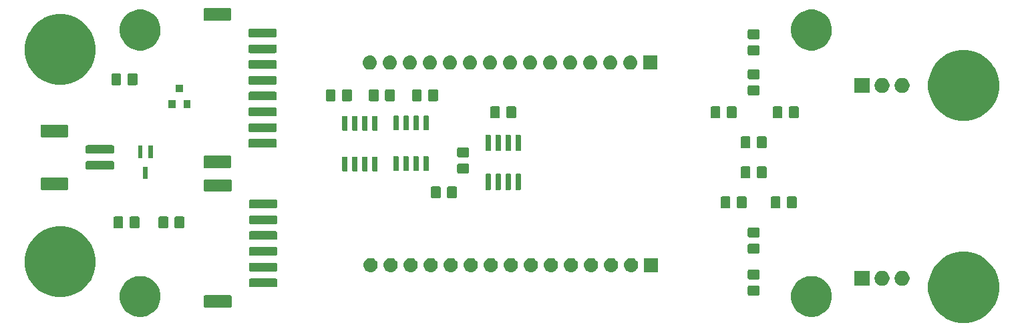
<source format=gbr>
G04 #@! TF.GenerationSoftware,KiCad,Pcbnew,(5.1.4)-1*
G04 #@! TF.CreationDate,2020-03-13T16:12:29-04:00*
G04 #@! TF.ProjectId,DriverDisplay4,44726976-6572-4446-9973-706c6179342e,rev?*
G04 #@! TF.SameCoordinates,Original*
G04 #@! TF.FileFunction,Soldermask,Top*
G04 #@! TF.FilePolarity,Negative*
%FSLAX46Y46*%
G04 Gerber Fmt 4.6, Leading zero omitted, Abs format (unit mm)*
G04 Created by KiCad (PCBNEW (5.1.4)-1) date 2020-03-13 16:12:29*
%MOMM*%
%LPD*%
G04 APERTURE LIST*
%ADD10C,0.100000*%
G04 APERTURE END LIST*
D10*
G36*
X189220634Y-99156378D02*
G01*
X190038853Y-99495296D01*
X190038854Y-99495297D01*
X190775233Y-99987329D01*
X191401471Y-100613567D01*
X191663997Y-101006466D01*
X191893504Y-101349947D01*
X192232422Y-102168166D01*
X192405200Y-103036781D01*
X192405200Y-103922419D01*
X192232422Y-104791034D01*
X191893504Y-105609253D01*
X191893503Y-105609254D01*
X191401471Y-106345633D01*
X190775233Y-106971871D01*
X190531347Y-107134830D01*
X190038853Y-107463904D01*
X189220634Y-107802822D01*
X188352019Y-107975600D01*
X187466381Y-107975600D01*
X186597766Y-107802822D01*
X185779547Y-107463904D01*
X185287053Y-107134830D01*
X185043167Y-106971871D01*
X184416929Y-106345633D01*
X183924897Y-105609254D01*
X183924896Y-105609253D01*
X183585978Y-104791034D01*
X183413200Y-103922419D01*
X183413200Y-103036781D01*
X183585978Y-102168166D01*
X183924896Y-101349947D01*
X184154403Y-101006466D01*
X184416929Y-100613567D01*
X185043167Y-99987329D01*
X185779546Y-99495297D01*
X185779547Y-99495296D01*
X186597766Y-99156378D01*
X187466381Y-98983600D01*
X188352019Y-98983600D01*
X189220634Y-99156378D01*
X189220634Y-99156378D01*
G37*
G36*
X169214908Y-102118780D02*
G01*
X169381767Y-102151970D01*
X169853299Y-102347285D01*
X170078434Y-102497716D01*
X170277666Y-102630838D01*
X170638562Y-102991734D01*
X170759927Y-103173371D01*
X170922115Y-103416101D01*
X171058793Y-103746071D01*
X171117430Y-103887634D01*
X171211126Y-104358674D01*
X171217000Y-104388209D01*
X171217000Y-104898591D01*
X171117430Y-105399167D01*
X170922115Y-105870699D01*
X170803862Y-106047676D01*
X170638562Y-106295066D01*
X170277666Y-106655962D01*
X170096029Y-106777327D01*
X169853299Y-106939515D01*
X169381767Y-107134830D01*
X169214908Y-107168020D01*
X168881193Y-107234400D01*
X168370807Y-107234400D01*
X168037092Y-107168020D01*
X167870233Y-107134830D01*
X167398701Y-106939515D01*
X167155971Y-106777327D01*
X166974334Y-106655962D01*
X166613438Y-106295066D01*
X166448138Y-106047676D01*
X166329885Y-105870699D01*
X166134570Y-105399167D01*
X166035000Y-104898591D01*
X166035000Y-104388209D01*
X166040875Y-104358674D01*
X166134570Y-103887634D01*
X166193207Y-103746071D01*
X166329885Y-103416101D01*
X166492073Y-103173371D01*
X166613438Y-102991734D01*
X166974334Y-102630838D01*
X167173566Y-102497716D01*
X167398701Y-102347285D01*
X167870233Y-102151970D01*
X168037092Y-102118780D01*
X168370807Y-102052400D01*
X168881193Y-102052400D01*
X169214908Y-102118780D01*
X169214908Y-102118780D01*
G37*
G36*
X84124908Y-102118780D02*
G01*
X84291767Y-102151970D01*
X84763299Y-102347285D01*
X84988434Y-102497716D01*
X85187666Y-102630838D01*
X85548562Y-102991734D01*
X85669927Y-103173371D01*
X85832115Y-103416101D01*
X85968793Y-103746071D01*
X86027430Y-103887634D01*
X86121126Y-104358674D01*
X86127000Y-104388209D01*
X86127000Y-104898591D01*
X86027430Y-105399167D01*
X85832115Y-105870699D01*
X85713862Y-106047676D01*
X85548562Y-106295066D01*
X85187666Y-106655962D01*
X85006029Y-106777327D01*
X84763299Y-106939515D01*
X84291767Y-107134830D01*
X84124908Y-107168020D01*
X83791193Y-107234400D01*
X83280807Y-107234400D01*
X82947092Y-107168020D01*
X82780233Y-107134830D01*
X82308701Y-106939515D01*
X82065971Y-106777327D01*
X81884334Y-106655962D01*
X81523438Y-106295066D01*
X81358138Y-106047676D01*
X81239885Y-105870699D01*
X81044570Y-105399167D01*
X80945000Y-104898591D01*
X80945000Y-104388209D01*
X80950875Y-104358674D01*
X81044570Y-103887634D01*
X81103207Y-103746071D01*
X81239885Y-103416101D01*
X81402073Y-103173371D01*
X81523438Y-102991734D01*
X81884334Y-102630838D01*
X82083566Y-102497716D01*
X82308701Y-102347285D01*
X82780233Y-102151970D01*
X82947092Y-102118780D01*
X83280807Y-102052400D01*
X83791193Y-102052400D01*
X84124908Y-102118780D01*
X84124908Y-102118780D01*
G37*
G36*
X94969048Y-104470122D02*
G01*
X95003387Y-104480539D01*
X95035036Y-104497456D01*
X95062778Y-104520222D01*
X95085544Y-104547964D01*
X95102461Y-104579613D01*
X95112878Y-104613952D01*
X95117000Y-104655807D01*
X95117000Y-105878193D01*
X95112878Y-105920048D01*
X95102461Y-105954387D01*
X95085544Y-105986036D01*
X95062778Y-106013778D01*
X95035036Y-106036544D01*
X95003387Y-106053461D01*
X94969048Y-106063878D01*
X94927193Y-106068000D01*
X91804807Y-106068000D01*
X91762952Y-106063878D01*
X91728613Y-106053461D01*
X91696964Y-106036544D01*
X91669222Y-106013778D01*
X91646456Y-105986036D01*
X91629539Y-105954387D01*
X91619122Y-105920048D01*
X91615000Y-105878193D01*
X91615000Y-104655807D01*
X91619122Y-104613952D01*
X91629539Y-104579613D01*
X91646456Y-104547964D01*
X91669222Y-104520222D01*
X91696964Y-104497456D01*
X91728613Y-104480539D01*
X91762952Y-104470122D01*
X91804807Y-104466000D01*
X94927193Y-104466000D01*
X94969048Y-104470122D01*
X94969048Y-104470122D01*
G37*
G36*
X74717434Y-95930578D02*
G01*
X75535653Y-96269496D01*
X75535654Y-96269497D01*
X76272033Y-96761529D01*
X76898271Y-97387767D01*
X77227036Y-97879800D01*
X77390304Y-98124147D01*
X77729222Y-98942366D01*
X77902000Y-99810981D01*
X77902000Y-100696619D01*
X77729222Y-101565234D01*
X77390304Y-102383453D01*
X77334790Y-102466535D01*
X76898271Y-103119833D01*
X76272033Y-103746071D01*
X76008112Y-103922417D01*
X75535653Y-104238104D01*
X74717434Y-104577022D01*
X73848819Y-104749800D01*
X72963181Y-104749800D01*
X72094566Y-104577022D01*
X71276347Y-104238104D01*
X70803888Y-103922417D01*
X70539967Y-103746071D01*
X69913729Y-103119833D01*
X69477210Y-102466535D01*
X69421696Y-102383453D01*
X69082778Y-101565234D01*
X68910000Y-100696619D01*
X68910000Y-99810981D01*
X69082778Y-98942366D01*
X69421696Y-98124147D01*
X69584964Y-97879800D01*
X69913729Y-97387767D01*
X70539967Y-96761529D01*
X71276346Y-96269497D01*
X71276347Y-96269496D01*
X72094566Y-95930578D01*
X72963181Y-95757800D01*
X73848819Y-95757800D01*
X74717434Y-95930578D01*
X74717434Y-95930578D01*
G37*
G36*
X161878674Y-103273465D02*
G01*
X161916367Y-103284899D01*
X161951103Y-103303466D01*
X161981548Y-103328452D01*
X162006534Y-103358897D01*
X162025101Y-103393633D01*
X162036535Y-103431326D01*
X162041000Y-103476661D01*
X162041000Y-104313339D01*
X162036535Y-104358674D01*
X162025101Y-104396367D01*
X162006534Y-104431103D01*
X161981548Y-104461548D01*
X161951103Y-104486534D01*
X161916367Y-104505101D01*
X161878674Y-104516535D01*
X161833339Y-104521000D01*
X160746661Y-104521000D01*
X160701326Y-104516535D01*
X160663633Y-104505101D01*
X160628897Y-104486534D01*
X160598452Y-104461548D01*
X160573466Y-104431103D01*
X160554899Y-104396367D01*
X160543465Y-104358674D01*
X160539000Y-104313339D01*
X160539000Y-103476661D01*
X160543465Y-103431326D01*
X160554899Y-103393633D01*
X160573466Y-103358897D01*
X160598452Y-103328452D01*
X160628897Y-103303466D01*
X160663633Y-103284899D01*
X160701326Y-103273465D01*
X160746661Y-103269000D01*
X161833339Y-103269000D01*
X161878674Y-103273465D01*
X161878674Y-103273465D01*
G37*
G36*
X100745434Y-102370686D02*
G01*
X100785284Y-102382774D01*
X100821999Y-102402399D01*
X100854186Y-102428814D01*
X100880601Y-102461001D01*
X100900226Y-102497716D01*
X100912314Y-102537566D01*
X100917000Y-102585141D01*
X100917000Y-103248859D01*
X100912314Y-103296434D01*
X100900226Y-103336284D01*
X100880601Y-103372999D01*
X100854186Y-103405186D01*
X100821999Y-103431601D01*
X100785284Y-103451226D01*
X100745434Y-103463314D01*
X100697859Y-103468000D01*
X97534141Y-103468000D01*
X97486566Y-103463314D01*
X97446716Y-103451226D01*
X97410001Y-103431601D01*
X97377814Y-103405186D01*
X97351399Y-103372999D01*
X97331774Y-103336284D01*
X97319686Y-103296434D01*
X97315000Y-103248859D01*
X97315000Y-102585141D01*
X97319686Y-102537566D01*
X97331774Y-102497716D01*
X97351399Y-102461001D01*
X97377814Y-102428814D01*
X97410001Y-102402399D01*
X97446716Y-102382774D01*
X97486566Y-102370686D01*
X97534141Y-102366000D01*
X100697859Y-102366000D01*
X100745434Y-102370686D01*
X100745434Y-102370686D01*
G37*
G36*
X180377395Y-101435546D02*
G01*
X180550466Y-101507234D01*
X180550467Y-101507235D01*
X180706227Y-101611310D01*
X180838690Y-101743773D01*
X180838691Y-101743775D01*
X180942766Y-101899534D01*
X181014454Y-102072605D01*
X181051000Y-102256333D01*
X181051000Y-102443667D01*
X181014454Y-102627395D01*
X180942766Y-102800466D01*
X180942765Y-102800467D01*
X180838690Y-102956227D01*
X180706227Y-103088690D01*
X180659619Y-103119832D01*
X180550466Y-103192766D01*
X180377395Y-103264454D01*
X180193667Y-103301000D01*
X180006333Y-103301000D01*
X179822605Y-103264454D01*
X179649534Y-103192766D01*
X179540381Y-103119832D01*
X179493773Y-103088690D01*
X179361310Y-102956227D01*
X179257235Y-102800467D01*
X179257234Y-102800466D01*
X179185546Y-102627395D01*
X179149000Y-102443667D01*
X179149000Y-102256333D01*
X179185546Y-102072605D01*
X179257234Y-101899534D01*
X179361309Y-101743775D01*
X179361310Y-101743773D01*
X179493773Y-101611310D01*
X179649533Y-101507235D01*
X179649534Y-101507234D01*
X179822605Y-101435546D01*
X180006333Y-101399000D01*
X180193667Y-101399000D01*
X180377395Y-101435546D01*
X180377395Y-101435546D01*
G37*
G36*
X177837395Y-101435546D02*
G01*
X178010466Y-101507234D01*
X178010467Y-101507235D01*
X178166227Y-101611310D01*
X178298690Y-101743773D01*
X178298691Y-101743775D01*
X178402766Y-101899534D01*
X178474454Y-102072605D01*
X178511000Y-102256333D01*
X178511000Y-102443667D01*
X178474454Y-102627395D01*
X178402766Y-102800466D01*
X178402765Y-102800467D01*
X178298690Y-102956227D01*
X178166227Y-103088690D01*
X178119619Y-103119832D01*
X178010466Y-103192766D01*
X177837395Y-103264454D01*
X177653667Y-103301000D01*
X177466333Y-103301000D01*
X177282605Y-103264454D01*
X177109534Y-103192766D01*
X177000381Y-103119832D01*
X176953773Y-103088690D01*
X176821310Y-102956227D01*
X176717235Y-102800467D01*
X176717234Y-102800466D01*
X176645546Y-102627395D01*
X176609000Y-102443667D01*
X176609000Y-102256333D01*
X176645546Y-102072605D01*
X176717234Y-101899534D01*
X176821309Y-101743775D01*
X176821310Y-101743773D01*
X176953773Y-101611310D01*
X177109533Y-101507235D01*
X177109534Y-101507234D01*
X177282605Y-101435546D01*
X177466333Y-101399000D01*
X177653667Y-101399000D01*
X177837395Y-101435546D01*
X177837395Y-101435546D01*
G37*
G36*
X175971000Y-103301000D02*
G01*
X174069000Y-103301000D01*
X174069000Y-101399000D01*
X175971000Y-101399000D01*
X175971000Y-103301000D01*
X175971000Y-103301000D01*
G37*
G36*
X161878674Y-101223465D02*
G01*
X161916367Y-101234899D01*
X161951103Y-101253466D01*
X161981548Y-101278452D01*
X162006534Y-101308897D01*
X162025101Y-101343633D01*
X162036535Y-101381326D01*
X162041000Y-101426661D01*
X162041000Y-102263339D01*
X162036535Y-102308674D01*
X162025101Y-102346367D01*
X162006534Y-102381103D01*
X161981548Y-102411548D01*
X161951103Y-102436534D01*
X161916367Y-102455101D01*
X161878674Y-102466535D01*
X161833339Y-102471000D01*
X160746661Y-102471000D01*
X160701326Y-102466535D01*
X160663633Y-102455101D01*
X160628897Y-102436534D01*
X160598452Y-102411548D01*
X160573466Y-102381103D01*
X160554899Y-102346367D01*
X160543465Y-102308674D01*
X160539000Y-102263339D01*
X160539000Y-101426661D01*
X160543465Y-101381326D01*
X160554899Y-101343633D01*
X160573466Y-101308897D01*
X160598452Y-101278452D01*
X160628897Y-101253466D01*
X160663633Y-101234899D01*
X160701326Y-101223465D01*
X160746661Y-101219000D01*
X161833339Y-101219000D01*
X161878674Y-101223465D01*
X161878674Y-101223465D01*
G37*
G36*
X133170442Y-99765518D02*
G01*
X133236627Y-99772037D01*
X133406466Y-99823557D01*
X133562991Y-99907222D01*
X133598729Y-99936552D01*
X133700186Y-100019814D01*
X133783448Y-100121271D01*
X133812778Y-100157009D01*
X133896443Y-100313534D01*
X133947963Y-100483373D01*
X133965359Y-100660000D01*
X133947963Y-100836627D01*
X133896443Y-101006466D01*
X133812778Y-101162991D01*
X133788560Y-101192500D01*
X133700186Y-101300186D01*
X133611462Y-101372999D01*
X133562991Y-101412778D01*
X133515664Y-101438075D01*
X133416326Y-101491173D01*
X133406466Y-101496443D01*
X133236627Y-101547963D01*
X133170442Y-101554482D01*
X133104260Y-101561000D01*
X133015740Y-101561000D01*
X132949558Y-101554482D01*
X132883373Y-101547963D01*
X132713534Y-101496443D01*
X132703675Y-101491173D01*
X132604336Y-101438075D01*
X132557009Y-101412778D01*
X132508538Y-101372999D01*
X132419814Y-101300186D01*
X132331440Y-101192500D01*
X132307222Y-101162991D01*
X132223557Y-101006466D01*
X132172037Y-100836627D01*
X132154641Y-100660000D01*
X132172037Y-100483373D01*
X132223557Y-100313534D01*
X132307222Y-100157009D01*
X132336552Y-100121271D01*
X132419814Y-100019814D01*
X132521271Y-99936552D01*
X132557009Y-99907222D01*
X132713534Y-99823557D01*
X132883373Y-99772037D01*
X132949557Y-99765519D01*
X133015740Y-99759000D01*
X133104260Y-99759000D01*
X133170442Y-99765518D01*
X133170442Y-99765518D01*
G37*
G36*
X149201000Y-101561000D02*
G01*
X147399000Y-101561000D01*
X147399000Y-99759000D01*
X149201000Y-99759000D01*
X149201000Y-101561000D01*
X149201000Y-101561000D01*
G37*
G36*
X112850442Y-99765518D02*
G01*
X112916627Y-99772037D01*
X113086466Y-99823557D01*
X113242991Y-99907222D01*
X113278729Y-99936552D01*
X113380186Y-100019814D01*
X113463448Y-100121271D01*
X113492778Y-100157009D01*
X113576443Y-100313534D01*
X113627963Y-100483373D01*
X113645359Y-100660000D01*
X113627963Y-100836627D01*
X113576443Y-101006466D01*
X113492778Y-101162991D01*
X113468560Y-101192500D01*
X113380186Y-101300186D01*
X113291462Y-101372999D01*
X113242991Y-101412778D01*
X113195664Y-101438075D01*
X113096326Y-101491173D01*
X113086466Y-101496443D01*
X112916627Y-101547963D01*
X112850442Y-101554482D01*
X112784260Y-101561000D01*
X112695740Y-101561000D01*
X112629558Y-101554482D01*
X112563373Y-101547963D01*
X112393534Y-101496443D01*
X112383675Y-101491173D01*
X112284336Y-101438075D01*
X112237009Y-101412778D01*
X112188538Y-101372999D01*
X112099814Y-101300186D01*
X112011440Y-101192500D01*
X111987222Y-101162991D01*
X111903557Y-101006466D01*
X111852037Y-100836627D01*
X111834641Y-100660000D01*
X111852037Y-100483373D01*
X111903557Y-100313534D01*
X111987222Y-100157009D01*
X112016552Y-100121271D01*
X112099814Y-100019814D01*
X112201271Y-99936552D01*
X112237009Y-99907222D01*
X112393534Y-99823557D01*
X112563373Y-99772037D01*
X112629557Y-99765519D01*
X112695740Y-99759000D01*
X112784260Y-99759000D01*
X112850442Y-99765518D01*
X112850442Y-99765518D01*
G37*
G36*
X115390442Y-99765518D02*
G01*
X115456627Y-99772037D01*
X115626466Y-99823557D01*
X115782991Y-99907222D01*
X115818729Y-99936552D01*
X115920186Y-100019814D01*
X116003448Y-100121271D01*
X116032778Y-100157009D01*
X116116443Y-100313534D01*
X116167963Y-100483373D01*
X116185359Y-100660000D01*
X116167963Y-100836627D01*
X116116443Y-101006466D01*
X116032778Y-101162991D01*
X116008560Y-101192500D01*
X115920186Y-101300186D01*
X115831462Y-101372999D01*
X115782991Y-101412778D01*
X115735664Y-101438075D01*
X115636326Y-101491173D01*
X115626466Y-101496443D01*
X115456627Y-101547963D01*
X115390442Y-101554482D01*
X115324260Y-101561000D01*
X115235740Y-101561000D01*
X115169558Y-101554482D01*
X115103373Y-101547963D01*
X114933534Y-101496443D01*
X114923675Y-101491173D01*
X114824336Y-101438075D01*
X114777009Y-101412778D01*
X114728538Y-101372999D01*
X114639814Y-101300186D01*
X114551440Y-101192500D01*
X114527222Y-101162991D01*
X114443557Y-101006466D01*
X114392037Y-100836627D01*
X114374641Y-100660000D01*
X114392037Y-100483373D01*
X114443557Y-100313534D01*
X114527222Y-100157009D01*
X114556552Y-100121271D01*
X114639814Y-100019814D01*
X114741271Y-99936552D01*
X114777009Y-99907222D01*
X114933534Y-99823557D01*
X115103373Y-99772037D01*
X115169557Y-99765519D01*
X115235740Y-99759000D01*
X115324260Y-99759000D01*
X115390442Y-99765518D01*
X115390442Y-99765518D01*
G37*
G36*
X117930442Y-99765518D02*
G01*
X117996627Y-99772037D01*
X118166466Y-99823557D01*
X118322991Y-99907222D01*
X118358729Y-99936552D01*
X118460186Y-100019814D01*
X118543448Y-100121271D01*
X118572778Y-100157009D01*
X118656443Y-100313534D01*
X118707963Y-100483373D01*
X118725359Y-100660000D01*
X118707963Y-100836627D01*
X118656443Y-101006466D01*
X118572778Y-101162991D01*
X118548560Y-101192500D01*
X118460186Y-101300186D01*
X118371462Y-101372999D01*
X118322991Y-101412778D01*
X118275664Y-101438075D01*
X118176326Y-101491173D01*
X118166466Y-101496443D01*
X117996627Y-101547963D01*
X117930442Y-101554482D01*
X117864260Y-101561000D01*
X117775740Y-101561000D01*
X117709558Y-101554482D01*
X117643373Y-101547963D01*
X117473534Y-101496443D01*
X117463675Y-101491173D01*
X117364336Y-101438075D01*
X117317009Y-101412778D01*
X117268538Y-101372999D01*
X117179814Y-101300186D01*
X117091440Y-101192500D01*
X117067222Y-101162991D01*
X116983557Y-101006466D01*
X116932037Y-100836627D01*
X116914641Y-100660000D01*
X116932037Y-100483373D01*
X116983557Y-100313534D01*
X117067222Y-100157009D01*
X117096552Y-100121271D01*
X117179814Y-100019814D01*
X117281271Y-99936552D01*
X117317009Y-99907222D01*
X117473534Y-99823557D01*
X117643373Y-99772037D01*
X117709557Y-99765519D01*
X117775740Y-99759000D01*
X117864260Y-99759000D01*
X117930442Y-99765518D01*
X117930442Y-99765518D01*
G37*
G36*
X120470442Y-99765518D02*
G01*
X120536627Y-99772037D01*
X120706466Y-99823557D01*
X120862991Y-99907222D01*
X120898729Y-99936552D01*
X121000186Y-100019814D01*
X121083448Y-100121271D01*
X121112778Y-100157009D01*
X121196443Y-100313534D01*
X121247963Y-100483373D01*
X121265359Y-100660000D01*
X121247963Y-100836627D01*
X121196443Y-101006466D01*
X121112778Y-101162991D01*
X121088560Y-101192500D01*
X121000186Y-101300186D01*
X120911462Y-101372999D01*
X120862991Y-101412778D01*
X120815664Y-101438075D01*
X120716326Y-101491173D01*
X120706466Y-101496443D01*
X120536627Y-101547963D01*
X120470442Y-101554482D01*
X120404260Y-101561000D01*
X120315740Y-101561000D01*
X120249558Y-101554482D01*
X120183373Y-101547963D01*
X120013534Y-101496443D01*
X120003675Y-101491173D01*
X119904336Y-101438075D01*
X119857009Y-101412778D01*
X119808538Y-101372999D01*
X119719814Y-101300186D01*
X119631440Y-101192500D01*
X119607222Y-101162991D01*
X119523557Y-101006466D01*
X119472037Y-100836627D01*
X119454641Y-100660000D01*
X119472037Y-100483373D01*
X119523557Y-100313534D01*
X119607222Y-100157009D01*
X119636552Y-100121271D01*
X119719814Y-100019814D01*
X119821271Y-99936552D01*
X119857009Y-99907222D01*
X120013534Y-99823557D01*
X120183373Y-99772037D01*
X120249557Y-99765519D01*
X120315740Y-99759000D01*
X120404260Y-99759000D01*
X120470442Y-99765518D01*
X120470442Y-99765518D01*
G37*
G36*
X123010442Y-99765518D02*
G01*
X123076627Y-99772037D01*
X123246466Y-99823557D01*
X123402991Y-99907222D01*
X123438729Y-99936552D01*
X123540186Y-100019814D01*
X123623448Y-100121271D01*
X123652778Y-100157009D01*
X123736443Y-100313534D01*
X123787963Y-100483373D01*
X123805359Y-100660000D01*
X123787963Y-100836627D01*
X123736443Y-101006466D01*
X123652778Y-101162991D01*
X123628560Y-101192500D01*
X123540186Y-101300186D01*
X123451462Y-101372999D01*
X123402991Y-101412778D01*
X123355664Y-101438075D01*
X123256326Y-101491173D01*
X123246466Y-101496443D01*
X123076627Y-101547963D01*
X123010442Y-101554482D01*
X122944260Y-101561000D01*
X122855740Y-101561000D01*
X122789558Y-101554482D01*
X122723373Y-101547963D01*
X122553534Y-101496443D01*
X122543675Y-101491173D01*
X122444336Y-101438075D01*
X122397009Y-101412778D01*
X122348538Y-101372999D01*
X122259814Y-101300186D01*
X122171440Y-101192500D01*
X122147222Y-101162991D01*
X122063557Y-101006466D01*
X122012037Y-100836627D01*
X121994641Y-100660000D01*
X122012037Y-100483373D01*
X122063557Y-100313534D01*
X122147222Y-100157009D01*
X122176552Y-100121271D01*
X122259814Y-100019814D01*
X122361271Y-99936552D01*
X122397009Y-99907222D01*
X122553534Y-99823557D01*
X122723373Y-99772037D01*
X122789557Y-99765519D01*
X122855740Y-99759000D01*
X122944260Y-99759000D01*
X123010442Y-99765518D01*
X123010442Y-99765518D01*
G37*
G36*
X125550442Y-99765518D02*
G01*
X125616627Y-99772037D01*
X125786466Y-99823557D01*
X125942991Y-99907222D01*
X125978729Y-99936552D01*
X126080186Y-100019814D01*
X126163448Y-100121271D01*
X126192778Y-100157009D01*
X126276443Y-100313534D01*
X126327963Y-100483373D01*
X126345359Y-100660000D01*
X126327963Y-100836627D01*
X126276443Y-101006466D01*
X126192778Y-101162991D01*
X126168560Y-101192500D01*
X126080186Y-101300186D01*
X125991462Y-101372999D01*
X125942991Y-101412778D01*
X125895664Y-101438075D01*
X125796326Y-101491173D01*
X125786466Y-101496443D01*
X125616627Y-101547963D01*
X125550442Y-101554482D01*
X125484260Y-101561000D01*
X125395740Y-101561000D01*
X125329558Y-101554482D01*
X125263373Y-101547963D01*
X125093534Y-101496443D01*
X125083675Y-101491173D01*
X124984336Y-101438075D01*
X124937009Y-101412778D01*
X124888538Y-101372999D01*
X124799814Y-101300186D01*
X124711440Y-101192500D01*
X124687222Y-101162991D01*
X124603557Y-101006466D01*
X124552037Y-100836627D01*
X124534641Y-100660000D01*
X124552037Y-100483373D01*
X124603557Y-100313534D01*
X124687222Y-100157009D01*
X124716552Y-100121271D01*
X124799814Y-100019814D01*
X124901271Y-99936552D01*
X124937009Y-99907222D01*
X125093534Y-99823557D01*
X125263373Y-99772037D01*
X125329557Y-99765519D01*
X125395740Y-99759000D01*
X125484260Y-99759000D01*
X125550442Y-99765518D01*
X125550442Y-99765518D01*
G37*
G36*
X128090442Y-99765518D02*
G01*
X128156627Y-99772037D01*
X128326466Y-99823557D01*
X128482991Y-99907222D01*
X128518729Y-99936552D01*
X128620186Y-100019814D01*
X128703448Y-100121271D01*
X128732778Y-100157009D01*
X128816443Y-100313534D01*
X128867963Y-100483373D01*
X128885359Y-100660000D01*
X128867963Y-100836627D01*
X128816443Y-101006466D01*
X128732778Y-101162991D01*
X128708560Y-101192500D01*
X128620186Y-101300186D01*
X128531462Y-101372999D01*
X128482991Y-101412778D01*
X128435664Y-101438075D01*
X128336326Y-101491173D01*
X128326466Y-101496443D01*
X128156627Y-101547963D01*
X128090442Y-101554482D01*
X128024260Y-101561000D01*
X127935740Y-101561000D01*
X127869558Y-101554482D01*
X127803373Y-101547963D01*
X127633534Y-101496443D01*
X127623675Y-101491173D01*
X127524336Y-101438075D01*
X127477009Y-101412778D01*
X127428538Y-101372999D01*
X127339814Y-101300186D01*
X127251440Y-101192500D01*
X127227222Y-101162991D01*
X127143557Y-101006466D01*
X127092037Y-100836627D01*
X127074641Y-100660000D01*
X127092037Y-100483373D01*
X127143557Y-100313534D01*
X127227222Y-100157009D01*
X127256552Y-100121271D01*
X127339814Y-100019814D01*
X127441271Y-99936552D01*
X127477009Y-99907222D01*
X127633534Y-99823557D01*
X127803373Y-99772037D01*
X127869557Y-99765519D01*
X127935740Y-99759000D01*
X128024260Y-99759000D01*
X128090442Y-99765518D01*
X128090442Y-99765518D01*
G37*
G36*
X130630442Y-99765518D02*
G01*
X130696627Y-99772037D01*
X130866466Y-99823557D01*
X131022991Y-99907222D01*
X131058729Y-99936552D01*
X131160186Y-100019814D01*
X131243448Y-100121271D01*
X131272778Y-100157009D01*
X131356443Y-100313534D01*
X131407963Y-100483373D01*
X131425359Y-100660000D01*
X131407963Y-100836627D01*
X131356443Y-101006466D01*
X131272778Y-101162991D01*
X131248560Y-101192500D01*
X131160186Y-101300186D01*
X131071462Y-101372999D01*
X131022991Y-101412778D01*
X130975664Y-101438075D01*
X130876326Y-101491173D01*
X130866466Y-101496443D01*
X130696627Y-101547963D01*
X130630442Y-101554482D01*
X130564260Y-101561000D01*
X130475740Y-101561000D01*
X130409558Y-101554482D01*
X130343373Y-101547963D01*
X130173534Y-101496443D01*
X130163675Y-101491173D01*
X130064336Y-101438075D01*
X130017009Y-101412778D01*
X129968538Y-101372999D01*
X129879814Y-101300186D01*
X129791440Y-101192500D01*
X129767222Y-101162991D01*
X129683557Y-101006466D01*
X129632037Y-100836627D01*
X129614641Y-100660000D01*
X129632037Y-100483373D01*
X129683557Y-100313534D01*
X129767222Y-100157009D01*
X129796552Y-100121271D01*
X129879814Y-100019814D01*
X129981271Y-99936552D01*
X130017009Y-99907222D01*
X130173534Y-99823557D01*
X130343373Y-99772037D01*
X130409557Y-99765519D01*
X130475740Y-99759000D01*
X130564260Y-99759000D01*
X130630442Y-99765518D01*
X130630442Y-99765518D01*
G37*
G36*
X135710442Y-99765518D02*
G01*
X135776627Y-99772037D01*
X135946466Y-99823557D01*
X136102991Y-99907222D01*
X136138729Y-99936552D01*
X136240186Y-100019814D01*
X136323448Y-100121271D01*
X136352778Y-100157009D01*
X136436443Y-100313534D01*
X136487963Y-100483373D01*
X136505359Y-100660000D01*
X136487963Y-100836627D01*
X136436443Y-101006466D01*
X136352778Y-101162991D01*
X136328560Y-101192500D01*
X136240186Y-101300186D01*
X136151462Y-101372999D01*
X136102991Y-101412778D01*
X136055664Y-101438075D01*
X135956326Y-101491173D01*
X135946466Y-101496443D01*
X135776627Y-101547963D01*
X135710442Y-101554482D01*
X135644260Y-101561000D01*
X135555740Y-101561000D01*
X135489558Y-101554482D01*
X135423373Y-101547963D01*
X135253534Y-101496443D01*
X135243675Y-101491173D01*
X135144336Y-101438075D01*
X135097009Y-101412778D01*
X135048538Y-101372999D01*
X134959814Y-101300186D01*
X134871440Y-101192500D01*
X134847222Y-101162991D01*
X134763557Y-101006466D01*
X134712037Y-100836627D01*
X134694641Y-100660000D01*
X134712037Y-100483373D01*
X134763557Y-100313534D01*
X134847222Y-100157009D01*
X134876552Y-100121271D01*
X134959814Y-100019814D01*
X135061271Y-99936552D01*
X135097009Y-99907222D01*
X135253534Y-99823557D01*
X135423373Y-99772037D01*
X135489557Y-99765519D01*
X135555740Y-99759000D01*
X135644260Y-99759000D01*
X135710442Y-99765518D01*
X135710442Y-99765518D01*
G37*
G36*
X138250442Y-99765518D02*
G01*
X138316627Y-99772037D01*
X138486466Y-99823557D01*
X138642991Y-99907222D01*
X138678729Y-99936552D01*
X138780186Y-100019814D01*
X138863448Y-100121271D01*
X138892778Y-100157009D01*
X138976443Y-100313534D01*
X139027963Y-100483373D01*
X139045359Y-100660000D01*
X139027963Y-100836627D01*
X138976443Y-101006466D01*
X138892778Y-101162991D01*
X138868560Y-101192500D01*
X138780186Y-101300186D01*
X138691462Y-101372999D01*
X138642991Y-101412778D01*
X138595664Y-101438075D01*
X138496326Y-101491173D01*
X138486466Y-101496443D01*
X138316627Y-101547963D01*
X138250442Y-101554482D01*
X138184260Y-101561000D01*
X138095740Y-101561000D01*
X138029558Y-101554482D01*
X137963373Y-101547963D01*
X137793534Y-101496443D01*
X137783675Y-101491173D01*
X137684336Y-101438075D01*
X137637009Y-101412778D01*
X137588538Y-101372999D01*
X137499814Y-101300186D01*
X137411440Y-101192500D01*
X137387222Y-101162991D01*
X137303557Y-101006466D01*
X137252037Y-100836627D01*
X137234641Y-100660000D01*
X137252037Y-100483373D01*
X137303557Y-100313534D01*
X137387222Y-100157009D01*
X137416552Y-100121271D01*
X137499814Y-100019814D01*
X137601271Y-99936552D01*
X137637009Y-99907222D01*
X137793534Y-99823557D01*
X137963373Y-99772037D01*
X138029557Y-99765519D01*
X138095740Y-99759000D01*
X138184260Y-99759000D01*
X138250442Y-99765518D01*
X138250442Y-99765518D01*
G37*
G36*
X140790442Y-99765518D02*
G01*
X140856627Y-99772037D01*
X141026466Y-99823557D01*
X141182991Y-99907222D01*
X141218729Y-99936552D01*
X141320186Y-100019814D01*
X141403448Y-100121271D01*
X141432778Y-100157009D01*
X141516443Y-100313534D01*
X141567963Y-100483373D01*
X141585359Y-100660000D01*
X141567963Y-100836627D01*
X141516443Y-101006466D01*
X141432778Y-101162991D01*
X141408560Y-101192500D01*
X141320186Y-101300186D01*
X141231462Y-101372999D01*
X141182991Y-101412778D01*
X141135664Y-101438075D01*
X141036326Y-101491173D01*
X141026466Y-101496443D01*
X140856627Y-101547963D01*
X140790442Y-101554482D01*
X140724260Y-101561000D01*
X140635740Y-101561000D01*
X140569558Y-101554482D01*
X140503373Y-101547963D01*
X140333534Y-101496443D01*
X140323675Y-101491173D01*
X140224336Y-101438075D01*
X140177009Y-101412778D01*
X140128538Y-101372999D01*
X140039814Y-101300186D01*
X139951440Y-101192500D01*
X139927222Y-101162991D01*
X139843557Y-101006466D01*
X139792037Y-100836627D01*
X139774641Y-100660000D01*
X139792037Y-100483373D01*
X139843557Y-100313534D01*
X139927222Y-100157009D01*
X139956552Y-100121271D01*
X140039814Y-100019814D01*
X140141271Y-99936552D01*
X140177009Y-99907222D01*
X140333534Y-99823557D01*
X140503373Y-99772037D01*
X140569557Y-99765519D01*
X140635740Y-99759000D01*
X140724260Y-99759000D01*
X140790442Y-99765518D01*
X140790442Y-99765518D01*
G37*
G36*
X143330442Y-99765518D02*
G01*
X143396627Y-99772037D01*
X143566466Y-99823557D01*
X143722991Y-99907222D01*
X143758729Y-99936552D01*
X143860186Y-100019814D01*
X143943448Y-100121271D01*
X143972778Y-100157009D01*
X144056443Y-100313534D01*
X144107963Y-100483373D01*
X144125359Y-100660000D01*
X144107963Y-100836627D01*
X144056443Y-101006466D01*
X143972778Y-101162991D01*
X143948560Y-101192500D01*
X143860186Y-101300186D01*
X143771462Y-101372999D01*
X143722991Y-101412778D01*
X143675664Y-101438075D01*
X143576326Y-101491173D01*
X143566466Y-101496443D01*
X143396627Y-101547963D01*
X143330442Y-101554482D01*
X143264260Y-101561000D01*
X143175740Y-101561000D01*
X143109558Y-101554482D01*
X143043373Y-101547963D01*
X142873534Y-101496443D01*
X142863675Y-101491173D01*
X142764336Y-101438075D01*
X142717009Y-101412778D01*
X142668538Y-101372999D01*
X142579814Y-101300186D01*
X142491440Y-101192500D01*
X142467222Y-101162991D01*
X142383557Y-101006466D01*
X142332037Y-100836627D01*
X142314641Y-100660000D01*
X142332037Y-100483373D01*
X142383557Y-100313534D01*
X142467222Y-100157009D01*
X142496552Y-100121271D01*
X142579814Y-100019814D01*
X142681271Y-99936552D01*
X142717009Y-99907222D01*
X142873534Y-99823557D01*
X143043373Y-99772037D01*
X143109557Y-99765519D01*
X143175740Y-99759000D01*
X143264260Y-99759000D01*
X143330442Y-99765518D01*
X143330442Y-99765518D01*
G37*
G36*
X145870442Y-99765518D02*
G01*
X145936627Y-99772037D01*
X146106466Y-99823557D01*
X146262991Y-99907222D01*
X146298729Y-99936552D01*
X146400186Y-100019814D01*
X146483448Y-100121271D01*
X146512778Y-100157009D01*
X146596443Y-100313534D01*
X146647963Y-100483373D01*
X146665359Y-100660000D01*
X146647963Y-100836627D01*
X146596443Y-101006466D01*
X146512778Y-101162991D01*
X146488560Y-101192500D01*
X146400186Y-101300186D01*
X146311462Y-101372999D01*
X146262991Y-101412778D01*
X146215664Y-101438075D01*
X146116326Y-101491173D01*
X146106466Y-101496443D01*
X145936627Y-101547963D01*
X145870442Y-101554482D01*
X145804260Y-101561000D01*
X145715740Y-101561000D01*
X145649558Y-101554482D01*
X145583373Y-101547963D01*
X145413534Y-101496443D01*
X145403675Y-101491173D01*
X145304336Y-101438075D01*
X145257009Y-101412778D01*
X145208538Y-101372999D01*
X145119814Y-101300186D01*
X145031440Y-101192500D01*
X145007222Y-101162991D01*
X144923557Y-101006466D01*
X144872037Y-100836627D01*
X144854641Y-100660000D01*
X144872037Y-100483373D01*
X144923557Y-100313534D01*
X145007222Y-100157009D01*
X145036552Y-100121271D01*
X145119814Y-100019814D01*
X145221271Y-99936552D01*
X145257009Y-99907222D01*
X145413534Y-99823557D01*
X145583373Y-99772037D01*
X145649557Y-99765519D01*
X145715740Y-99759000D01*
X145804260Y-99759000D01*
X145870442Y-99765518D01*
X145870442Y-99765518D01*
G37*
G36*
X100745434Y-100370686D02*
G01*
X100785284Y-100382774D01*
X100821999Y-100402399D01*
X100854186Y-100428814D01*
X100880601Y-100461001D01*
X100900226Y-100497716D01*
X100912314Y-100537566D01*
X100917000Y-100585141D01*
X100917000Y-101248859D01*
X100912314Y-101296434D01*
X100900226Y-101336284D01*
X100880601Y-101372999D01*
X100854186Y-101405186D01*
X100821999Y-101431601D01*
X100785284Y-101451226D01*
X100745434Y-101463314D01*
X100697859Y-101468000D01*
X97534141Y-101468000D01*
X97486566Y-101463314D01*
X97446716Y-101451226D01*
X97410001Y-101431601D01*
X97377814Y-101405186D01*
X97351399Y-101372999D01*
X97331774Y-101336284D01*
X97319686Y-101296434D01*
X97315000Y-101248859D01*
X97315000Y-100585141D01*
X97319686Y-100537566D01*
X97331774Y-100497716D01*
X97351399Y-100461001D01*
X97377814Y-100428814D01*
X97410001Y-100402399D01*
X97446716Y-100382774D01*
X97486566Y-100370686D01*
X97534141Y-100366000D01*
X100697859Y-100366000D01*
X100745434Y-100370686D01*
X100745434Y-100370686D01*
G37*
G36*
X100745434Y-98370686D02*
G01*
X100785284Y-98382774D01*
X100821999Y-98402399D01*
X100854186Y-98428814D01*
X100880601Y-98461001D01*
X100900226Y-98497716D01*
X100912314Y-98537566D01*
X100917000Y-98585141D01*
X100917000Y-99248859D01*
X100912314Y-99296434D01*
X100900226Y-99336284D01*
X100880601Y-99372999D01*
X100854186Y-99405186D01*
X100821999Y-99431601D01*
X100785284Y-99451226D01*
X100745434Y-99463314D01*
X100697859Y-99468000D01*
X97534141Y-99468000D01*
X97486566Y-99463314D01*
X97446716Y-99451226D01*
X97410001Y-99431601D01*
X97377814Y-99405186D01*
X97351399Y-99372999D01*
X97331774Y-99336284D01*
X97319686Y-99296434D01*
X97315000Y-99248859D01*
X97315000Y-98585141D01*
X97319686Y-98537566D01*
X97331774Y-98497716D01*
X97351399Y-98461001D01*
X97377814Y-98428814D01*
X97410001Y-98402399D01*
X97446716Y-98382774D01*
X97486566Y-98370686D01*
X97534141Y-98366000D01*
X100697859Y-98366000D01*
X100745434Y-98370686D01*
X100745434Y-98370686D01*
G37*
G36*
X161878674Y-97948465D02*
G01*
X161916367Y-97959899D01*
X161951103Y-97978466D01*
X161981548Y-98003452D01*
X162006534Y-98033897D01*
X162025101Y-98068633D01*
X162036535Y-98106326D01*
X162041000Y-98151661D01*
X162041000Y-98988339D01*
X162036535Y-99033674D01*
X162025101Y-99071367D01*
X162006534Y-99106103D01*
X161981548Y-99136548D01*
X161951103Y-99161534D01*
X161916367Y-99180101D01*
X161878674Y-99191535D01*
X161833339Y-99196000D01*
X160746661Y-99196000D01*
X160701326Y-99191535D01*
X160663633Y-99180101D01*
X160628897Y-99161534D01*
X160598452Y-99136548D01*
X160573466Y-99106103D01*
X160554899Y-99071367D01*
X160543465Y-99033674D01*
X160539000Y-98988339D01*
X160539000Y-98151661D01*
X160543465Y-98106326D01*
X160554899Y-98068633D01*
X160573466Y-98033897D01*
X160598452Y-98003452D01*
X160628897Y-97978466D01*
X160663633Y-97959899D01*
X160701326Y-97948465D01*
X160746661Y-97944000D01*
X161833339Y-97944000D01*
X161878674Y-97948465D01*
X161878674Y-97948465D01*
G37*
G36*
X100745434Y-96370686D02*
G01*
X100785284Y-96382774D01*
X100821999Y-96402399D01*
X100854186Y-96428814D01*
X100880601Y-96461001D01*
X100900226Y-96497716D01*
X100912314Y-96537566D01*
X100917000Y-96585141D01*
X100917000Y-97248859D01*
X100912314Y-97296434D01*
X100900226Y-97336284D01*
X100880601Y-97372999D01*
X100854186Y-97405186D01*
X100821999Y-97431601D01*
X100785284Y-97451226D01*
X100745434Y-97463314D01*
X100697859Y-97468000D01*
X97534141Y-97468000D01*
X97486566Y-97463314D01*
X97446716Y-97451226D01*
X97410001Y-97431601D01*
X97377814Y-97405186D01*
X97351399Y-97372999D01*
X97331774Y-97336284D01*
X97319686Y-97296434D01*
X97315000Y-97248859D01*
X97315000Y-96585141D01*
X97319686Y-96537566D01*
X97331774Y-96497716D01*
X97351399Y-96461001D01*
X97377814Y-96428814D01*
X97410001Y-96402399D01*
X97446716Y-96382774D01*
X97486566Y-96370686D01*
X97534141Y-96366000D01*
X100697859Y-96366000D01*
X100745434Y-96370686D01*
X100745434Y-96370686D01*
G37*
G36*
X161878674Y-95898465D02*
G01*
X161916367Y-95909899D01*
X161951103Y-95928466D01*
X161981548Y-95953452D01*
X162006534Y-95983897D01*
X162025101Y-96018633D01*
X162036535Y-96056326D01*
X162041000Y-96101661D01*
X162041000Y-96938339D01*
X162036535Y-96983674D01*
X162025101Y-97021367D01*
X162006534Y-97056103D01*
X161981548Y-97086548D01*
X161951103Y-97111534D01*
X161916367Y-97130101D01*
X161878674Y-97141535D01*
X161833339Y-97146000D01*
X160746661Y-97146000D01*
X160701326Y-97141535D01*
X160663633Y-97130101D01*
X160628897Y-97111534D01*
X160598452Y-97086548D01*
X160573466Y-97056103D01*
X160554899Y-97021367D01*
X160543465Y-96983674D01*
X160539000Y-96938339D01*
X160539000Y-96101661D01*
X160543465Y-96056326D01*
X160554899Y-96018633D01*
X160573466Y-95983897D01*
X160598452Y-95953452D01*
X160628897Y-95928466D01*
X160663633Y-95909899D01*
X160701326Y-95898465D01*
X160746661Y-95894000D01*
X161833339Y-95894000D01*
X161878674Y-95898465D01*
X161878674Y-95898465D01*
G37*
G36*
X88991674Y-94503465D02*
G01*
X89029367Y-94514899D01*
X89064103Y-94533466D01*
X89094548Y-94558452D01*
X89119534Y-94588897D01*
X89138101Y-94623633D01*
X89149535Y-94661326D01*
X89154000Y-94706661D01*
X89154000Y-95793339D01*
X89149535Y-95838674D01*
X89138101Y-95876367D01*
X89119534Y-95911103D01*
X89094548Y-95941548D01*
X89064103Y-95966534D01*
X89029367Y-95985101D01*
X88991674Y-95996535D01*
X88946339Y-96001000D01*
X88109661Y-96001000D01*
X88064326Y-95996535D01*
X88026633Y-95985101D01*
X87991897Y-95966534D01*
X87961452Y-95941548D01*
X87936466Y-95911103D01*
X87917899Y-95876367D01*
X87906465Y-95838674D01*
X87902000Y-95793339D01*
X87902000Y-94706661D01*
X87906465Y-94661326D01*
X87917899Y-94623633D01*
X87936466Y-94588897D01*
X87961452Y-94558452D01*
X87991897Y-94533466D01*
X88026633Y-94514899D01*
X88064326Y-94503465D01*
X88109661Y-94499000D01*
X88946339Y-94499000D01*
X88991674Y-94503465D01*
X88991674Y-94503465D01*
G37*
G36*
X81226674Y-94503465D02*
G01*
X81264367Y-94514899D01*
X81299103Y-94533466D01*
X81329548Y-94558452D01*
X81354534Y-94588897D01*
X81373101Y-94623633D01*
X81384535Y-94661326D01*
X81389000Y-94706661D01*
X81389000Y-95793339D01*
X81384535Y-95838674D01*
X81373101Y-95876367D01*
X81354534Y-95911103D01*
X81329548Y-95941548D01*
X81299103Y-95966534D01*
X81264367Y-95985101D01*
X81226674Y-95996535D01*
X81181339Y-96001000D01*
X80344661Y-96001000D01*
X80299326Y-95996535D01*
X80261633Y-95985101D01*
X80226897Y-95966534D01*
X80196452Y-95941548D01*
X80171466Y-95911103D01*
X80152899Y-95876367D01*
X80141465Y-95838674D01*
X80137000Y-95793339D01*
X80137000Y-94706661D01*
X80141465Y-94661326D01*
X80152899Y-94623633D01*
X80171466Y-94588897D01*
X80196452Y-94558452D01*
X80226897Y-94533466D01*
X80261633Y-94514899D01*
X80299326Y-94503465D01*
X80344661Y-94499000D01*
X81181339Y-94499000D01*
X81226674Y-94503465D01*
X81226674Y-94503465D01*
G37*
G36*
X83276674Y-94503465D02*
G01*
X83314367Y-94514899D01*
X83349103Y-94533466D01*
X83379548Y-94558452D01*
X83404534Y-94588897D01*
X83423101Y-94623633D01*
X83434535Y-94661326D01*
X83439000Y-94706661D01*
X83439000Y-95793339D01*
X83434535Y-95838674D01*
X83423101Y-95876367D01*
X83404534Y-95911103D01*
X83379548Y-95941548D01*
X83349103Y-95966534D01*
X83314367Y-95985101D01*
X83276674Y-95996535D01*
X83231339Y-96001000D01*
X82394661Y-96001000D01*
X82349326Y-95996535D01*
X82311633Y-95985101D01*
X82276897Y-95966534D01*
X82246452Y-95941548D01*
X82221466Y-95911103D01*
X82202899Y-95876367D01*
X82191465Y-95838674D01*
X82187000Y-95793339D01*
X82187000Y-94706661D01*
X82191465Y-94661326D01*
X82202899Y-94623633D01*
X82221466Y-94588897D01*
X82246452Y-94558452D01*
X82276897Y-94533466D01*
X82311633Y-94514899D01*
X82349326Y-94503465D01*
X82394661Y-94499000D01*
X83231339Y-94499000D01*
X83276674Y-94503465D01*
X83276674Y-94503465D01*
G37*
G36*
X86941674Y-94503465D02*
G01*
X86979367Y-94514899D01*
X87014103Y-94533466D01*
X87044548Y-94558452D01*
X87069534Y-94588897D01*
X87088101Y-94623633D01*
X87099535Y-94661326D01*
X87104000Y-94706661D01*
X87104000Y-95793339D01*
X87099535Y-95838674D01*
X87088101Y-95876367D01*
X87069534Y-95911103D01*
X87044548Y-95941548D01*
X87014103Y-95966534D01*
X86979367Y-95985101D01*
X86941674Y-95996535D01*
X86896339Y-96001000D01*
X86059661Y-96001000D01*
X86014326Y-95996535D01*
X85976633Y-95985101D01*
X85941897Y-95966534D01*
X85911452Y-95941548D01*
X85886466Y-95911103D01*
X85867899Y-95876367D01*
X85856465Y-95838674D01*
X85852000Y-95793339D01*
X85852000Y-94706661D01*
X85856465Y-94661326D01*
X85867899Y-94623633D01*
X85886466Y-94588897D01*
X85911452Y-94558452D01*
X85941897Y-94533466D01*
X85976633Y-94514899D01*
X86014326Y-94503465D01*
X86059661Y-94499000D01*
X86896339Y-94499000D01*
X86941674Y-94503465D01*
X86941674Y-94503465D01*
G37*
G36*
X100745434Y-94370686D02*
G01*
X100785284Y-94382774D01*
X100821999Y-94402399D01*
X100854186Y-94428814D01*
X100880601Y-94461001D01*
X100900226Y-94497716D01*
X100912314Y-94537566D01*
X100917000Y-94585141D01*
X100917000Y-95248859D01*
X100912314Y-95296434D01*
X100900226Y-95336284D01*
X100880601Y-95372999D01*
X100854186Y-95405186D01*
X100821999Y-95431601D01*
X100785284Y-95451226D01*
X100745434Y-95463314D01*
X100697859Y-95468000D01*
X97534141Y-95468000D01*
X97486566Y-95463314D01*
X97446716Y-95451226D01*
X97410001Y-95431601D01*
X97377814Y-95405186D01*
X97351399Y-95372999D01*
X97331774Y-95336284D01*
X97319686Y-95296434D01*
X97315000Y-95248859D01*
X97315000Y-94585141D01*
X97319686Y-94537566D01*
X97331774Y-94497716D01*
X97351399Y-94461001D01*
X97377814Y-94428814D01*
X97410001Y-94402399D01*
X97446716Y-94382774D01*
X97486566Y-94370686D01*
X97534141Y-94366000D01*
X100697859Y-94366000D01*
X100745434Y-94370686D01*
X100745434Y-94370686D01*
G37*
G36*
X100745434Y-92370686D02*
G01*
X100785284Y-92382774D01*
X100821999Y-92402399D01*
X100854186Y-92428814D01*
X100880601Y-92461001D01*
X100900226Y-92497716D01*
X100912314Y-92537566D01*
X100917000Y-92585141D01*
X100917000Y-93248859D01*
X100912314Y-93296434D01*
X100900226Y-93336284D01*
X100880601Y-93372999D01*
X100854186Y-93405186D01*
X100821999Y-93431601D01*
X100785284Y-93451226D01*
X100745434Y-93463314D01*
X100697859Y-93468000D01*
X97534141Y-93468000D01*
X97486566Y-93463314D01*
X97446716Y-93451226D01*
X97410001Y-93431601D01*
X97377814Y-93405186D01*
X97351399Y-93372999D01*
X97331774Y-93336284D01*
X97319686Y-93296434D01*
X97315000Y-93248859D01*
X97315000Y-92585141D01*
X97319686Y-92537566D01*
X97331774Y-92497716D01*
X97351399Y-92461001D01*
X97377814Y-92428814D01*
X97410001Y-92402399D01*
X97446716Y-92382774D01*
X97486566Y-92370686D01*
X97534141Y-92366000D01*
X100697859Y-92366000D01*
X100745434Y-92370686D01*
X100745434Y-92370686D01*
G37*
G36*
X158188674Y-91963465D02*
G01*
X158226367Y-91974899D01*
X158261103Y-91993466D01*
X158291548Y-92018452D01*
X158316534Y-92048897D01*
X158335101Y-92083633D01*
X158346535Y-92121326D01*
X158351000Y-92166661D01*
X158351000Y-93253339D01*
X158346535Y-93298674D01*
X158335101Y-93336367D01*
X158316534Y-93371103D01*
X158291548Y-93401548D01*
X158261103Y-93426534D01*
X158226367Y-93445101D01*
X158188674Y-93456535D01*
X158143339Y-93461000D01*
X157306661Y-93461000D01*
X157261326Y-93456535D01*
X157223633Y-93445101D01*
X157188897Y-93426534D01*
X157158452Y-93401548D01*
X157133466Y-93371103D01*
X157114899Y-93336367D01*
X157103465Y-93298674D01*
X157099000Y-93253339D01*
X157099000Y-92166661D01*
X157103465Y-92121326D01*
X157114899Y-92083633D01*
X157133466Y-92048897D01*
X157158452Y-92018452D01*
X157188897Y-91993466D01*
X157223633Y-91974899D01*
X157261326Y-91963465D01*
X157306661Y-91959000D01*
X158143339Y-91959000D01*
X158188674Y-91963465D01*
X158188674Y-91963465D01*
G37*
G36*
X160238674Y-91963465D02*
G01*
X160276367Y-91974899D01*
X160311103Y-91993466D01*
X160341548Y-92018452D01*
X160366534Y-92048897D01*
X160385101Y-92083633D01*
X160396535Y-92121326D01*
X160401000Y-92166661D01*
X160401000Y-93253339D01*
X160396535Y-93298674D01*
X160385101Y-93336367D01*
X160366534Y-93371103D01*
X160341548Y-93401548D01*
X160311103Y-93426534D01*
X160276367Y-93445101D01*
X160238674Y-93456535D01*
X160193339Y-93461000D01*
X159356661Y-93461000D01*
X159311326Y-93456535D01*
X159273633Y-93445101D01*
X159238897Y-93426534D01*
X159208452Y-93401548D01*
X159183466Y-93371103D01*
X159164899Y-93336367D01*
X159153465Y-93298674D01*
X159149000Y-93253339D01*
X159149000Y-92166661D01*
X159153465Y-92121326D01*
X159164899Y-92083633D01*
X159183466Y-92048897D01*
X159208452Y-92018452D01*
X159238897Y-91993466D01*
X159273633Y-91974899D01*
X159311326Y-91963465D01*
X159356661Y-91959000D01*
X160193339Y-91959000D01*
X160238674Y-91963465D01*
X160238674Y-91963465D01*
G37*
G36*
X164538674Y-91963465D02*
G01*
X164576367Y-91974899D01*
X164611103Y-91993466D01*
X164641548Y-92018452D01*
X164666534Y-92048897D01*
X164685101Y-92083633D01*
X164696535Y-92121326D01*
X164701000Y-92166661D01*
X164701000Y-93253339D01*
X164696535Y-93298674D01*
X164685101Y-93336367D01*
X164666534Y-93371103D01*
X164641548Y-93401548D01*
X164611103Y-93426534D01*
X164576367Y-93445101D01*
X164538674Y-93456535D01*
X164493339Y-93461000D01*
X163656661Y-93461000D01*
X163611326Y-93456535D01*
X163573633Y-93445101D01*
X163538897Y-93426534D01*
X163508452Y-93401548D01*
X163483466Y-93371103D01*
X163464899Y-93336367D01*
X163453465Y-93298674D01*
X163449000Y-93253339D01*
X163449000Y-92166661D01*
X163453465Y-92121326D01*
X163464899Y-92083633D01*
X163483466Y-92048897D01*
X163508452Y-92018452D01*
X163538897Y-91993466D01*
X163573633Y-91974899D01*
X163611326Y-91963465D01*
X163656661Y-91959000D01*
X164493339Y-91959000D01*
X164538674Y-91963465D01*
X164538674Y-91963465D01*
G37*
G36*
X166588674Y-91963465D02*
G01*
X166626367Y-91974899D01*
X166661103Y-91993466D01*
X166691548Y-92018452D01*
X166716534Y-92048897D01*
X166735101Y-92083633D01*
X166746535Y-92121326D01*
X166751000Y-92166661D01*
X166751000Y-93253339D01*
X166746535Y-93298674D01*
X166735101Y-93336367D01*
X166716534Y-93371103D01*
X166691548Y-93401548D01*
X166661103Y-93426534D01*
X166626367Y-93445101D01*
X166588674Y-93456535D01*
X166543339Y-93461000D01*
X165706661Y-93461000D01*
X165661326Y-93456535D01*
X165623633Y-93445101D01*
X165588897Y-93426534D01*
X165558452Y-93401548D01*
X165533466Y-93371103D01*
X165514899Y-93336367D01*
X165503465Y-93298674D01*
X165499000Y-93253339D01*
X165499000Y-92166661D01*
X165503465Y-92121326D01*
X165514899Y-92083633D01*
X165533466Y-92048897D01*
X165558452Y-92018452D01*
X165588897Y-91993466D01*
X165623633Y-91974899D01*
X165661326Y-91963465D01*
X165706661Y-91959000D01*
X166543339Y-91959000D01*
X166588674Y-91963465D01*
X166588674Y-91963465D01*
G37*
G36*
X121476674Y-90693465D02*
G01*
X121514367Y-90704899D01*
X121549103Y-90723466D01*
X121579548Y-90748452D01*
X121604534Y-90778897D01*
X121623101Y-90813633D01*
X121634535Y-90851326D01*
X121639000Y-90896661D01*
X121639000Y-91983339D01*
X121634535Y-92028674D01*
X121623101Y-92066367D01*
X121604534Y-92101103D01*
X121579548Y-92131548D01*
X121549103Y-92156534D01*
X121514367Y-92175101D01*
X121476674Y-92186535D01*
X121431339Y-92191000D01*
X120594661Y-92191000D01*
X120549326Y-92186535D01*
X120511633Y-92175101D01*
X120476897Y-92156534D01*
X120446452Y-92131548D01*
X120421466Y-92101103D01*
X120402899Y-92066367D01*
X120391465Y-92028674D01*
X120387000Y-91983339D01*
X120387000Y-90896661D01*
X120391465Y-90851326D01*
X120402899Y-90813633D01*
X120421466Y-90778897D01*
X120446452Y-90748452D01*
X120476897Y-90723466D01*
X120511633Y-90704899D01*
X120549326Y-90693465D01*
X120594661Y-90689000D01*
X121431339Y-90689000D01*
X121476674Y-90693465D01*
X121476674Y-90693465D01*
G37*
G36*
X123526674Y-90693465D02*
G01*
X123564367Y-90704899D01*
X123599103Y-90723466D01*
X123629548Y-90748452D01*
X123654534Y-90778897D01*
X123673101Y-90813633D01*
X123684535Y-90851326D01*
X123689000Y-90896661D01*
X123689000Y-91983339D01*
X123684535Y-92028674D01*
X123673101Y-92066367D01*
X123654534Y-92101103D01*
X123629548Y-92131548D01*
X123599103Y-92156534D01*
X123564367Y-92175101D01*
X123526674Y-92186535D01*
X123481339Y-92191000D01*
X122644661Y-92191000D01*
X122599326Y-92186535D01*
X122561633Y-92175101D01*
X122526897Y-92156534D01*
X122496452Y-92131548D01*
X122471466Y-92101103D01*
X122452899Y-92066367D01*
X122441465Y-92028674D01*
X122437000Y-91983339D01*
X122437000Y-90896661D01*
X122441465Y-90851326D01*
X122452899Y-90813633D01*
X122471466Y-90778897D01*
X122496452Y-90748452D01*
X122526897Y-90723466D01*
X122561633Y-90704899D01*
X122599326Y-90693465D01*
X122644661Y-90689000D01*
X123481339Y-90689000D01*
X123526674Y-90693465D01*
X123526674Y-90693465D01*
G37*
G36*
X94969048Y-89770122D02*
G01*
X95003387Y-89780539D01*
X95035036Y-89797456D01*
X95062778Y-89820222D01*
X95085544Y-89847964D01*
X95102461Y-89879613D01*
X95112878Y-89913952D01*
X95117000Y-89955807D01*
X95117000Y-91178193D01*
X95112878Y-91220048D01*
X95102461Y-91254387D01*
X95085544Y-91286036D01*
X95062778Y-91313778D01*
X95035036Y-91336544D01*
X95003387Y-91353461D01*
X94969048Y-91363878D01*
X94927193Y-91368000D01*
X91804807Y-91368000D01*
X91762952Y-91363878D01*
X91728613Y-91353461D01*
X91696964Y-91336544D01*
X91669222Y-91313778D01*
X91646456Y-91286036D01*
X91629539Y-91254387D01*
X91619122Y-91220048D01*
X91615000Y-91178193D01*
X91615000Y-89955807D01*
X91619122Y-89913952D01*
X91629539Y-89879613D01*
X91646456Y-89847964D01*
X91669222Y-89820222D01*
X91696964Y-89797456D01*
X91728613Y-89780539D01*
X91762952Y-89770122D01*
X91804807Y-89766000D01*
X94927193Y-89766000D01*
X94969048Y-89770122D01*
X94969048Y-89770122D01*
G37*
G36*
X74268048Y-89548122D02*
G01*
X74302387Y-89558539D01*
X74334036Y-89575456D01*
X74361778Y-89598222D01*
X74384544Y-89625964D01*
X74401461Y-89657613D01*
X74411878Y-89691952D01*
X74416000Y-89733807D01*
X74416000Y-90956193D01*
X74411878Y-90998048D01*
X74401461Y-91032387D01*
X74384544Y-91064036D01*
X74361778Y-91091778D01*
X74334036Y-91114544D01*
X74302387Y-91131461D01*
X74268048Y-91141878D01*
X74226193Y-91146000D01*
X71103807Y-91146000D01*
X71061952Y-91141878D01*
X71027613Y-91131461D01*
X70995964Y-91114544D01*
X70968222Y-91091778D01*
X70945456Y-91064036D01*
X70928539Y-91032387D01*
X70918122Y-90998048D01*
X70914000Y-90956193D01*
X70914000Y-89733807D01*
X70918122Y-89691952D01*
X70928539Y-89657613D01*
X70945456Y-89625964D01*
X70968222Y-89598222D01*
X70995964Y-89575456D01*
X71027613Y-89558539D01*
X71061952Y-89548122D01*
X71103807Y-89544000D01*
X74226193Y-89544000D01*
X74268048Y-89548122D01*
X74268048Y-89548122D01*
G37*
G36*
X130434928Y-89081764D02*
G01*
X130456009Y-89088160D01*
X130475445Y-89098548D01*
X130492476Y-89112524D01*
X130506452Y-89129555D01*
X130516840Y-89148991D01*
X130523236Y-89170072D01*
X130526000Y-89198140D01*
X130526000Y-91011860D01*
X130523236Y-91039928D01*
X130516840Y-91061009D01*
X130506452Y-91080445D01*
X130492476Y-91097476D01*
X130475445Y-91111452D01*
X130456009Y-91121840D01*
X130434928Y-91128236D01*
X130406860Y-91131000D01*
X129943140Y-91131000D01*
X129915072Y-91128236D01*
X129893991Y-91121840D01*
X129874555Y-91111452D01*
X129857524Y-91097476D01*
X129843548Y-91080445D01*
X129833160Y-91061009D01*
X129826764Y-91039928D01*
X129824000Y-91011860D01*
X129824000Y-89198140D01*
X129826764Y-89170072D01*
X129833160Y-89148991D01*
X129843548Y-89129555D01*
X129857524Y-89112524D01*
X129874555Y-89098548D01*
X129893991Y-89088160D01*
X129915072Y-89081764D01*
X129943140Y-89079000D01*
X130406860Y-89079000D01*
X130434928Y-89081764D01*
X130434928Y-89081764D01*
G37*
G36*
X127894928Y-89081764D02*
G01*
X127916009Y-89088160D01*
X127935445Y-89098548D01*
X127952476Y-89112524D01*
X127966452Y-89129555D01*
X127976840Y-89148991D01*
X127983236Y-89170072D01*
X127986000Y-89198140D01*
X127986000Y-91011860D01*
X127983236Y-91039928D01*
X127976840Y-91061009D01*
X127966452Y-91080445D01*
X127952476Y-91097476D01*
X127935445Y-91111452D01*
X127916009Y-91121840D01*
X127894928Y-91128236D01*
X127866860Y-91131000D01*
X127403140Y-91131000D01*
X127375072Y-91128236D01*
X127353991Y-91121840D01*
X127334555Y-91111452D01*
X127317524Y-91097476D01*
X127303548Y-91080445D01*
X127293160Y-91061009D01*
X127286764Y-91039928D01*
X127284000Y-91011860D01*
X127284000Y-89198140D01*
X127286764Y-89170072D01*
X127293160Y-89148991D01*
X127303548Y-89129555D01*
X127317524Y-89112524D01*
X127334555Y-89098548D01*
X127353991Y-89088160D01*
X127375072Y-89081764D01*
X127403140Y-89079000D01*
X127866860Y-89079000D01*
X127894928Y-89081764D01*
X127894928Y-89081764D01*
G37*
G36*
X129164928Y-89081764D02*
G01*
X129186009Y-89088160D01*
X129205445Y-89098548D01*
X129222476Y-89112524D01*
X129236452Y-89129555D01*
X129246840Y-89148991D01*
X129253236Y-89170072D01*
X129256000Y-89198140D01*
X129256000Y-91011860D01*
X129253236Y-91039928D01*
X129246840Y-91061009D01*
X129236452Y-91080445D01*
X129222476Y-91097476D01*
X129205445Y-91111452D01*
X129186009Y-91121840D01*
X129164928Y-91128236D01*
X129136860Y-91131000D01*
X128673140Y-91131000D01*
X128645072Y-91128236D01*
X128623991Y-91121840D01*
X128604555Y-91111452D01*
X128587524Y-91097476D01*
X128573548Y-91080445D01*
X128563160Y-91061009D01*
X128556764Y-91039928D01*
X128554000Y-91011860D01*
X128554000Y-89198140D01*
X128556764Y-89170072D01*
X128563160Y-89148991D01*
X128573548Y-89129555D01*
X128587524Y-89112524D01*
X128604555Y-89098548D01*
X128623991Y-89088160D01*
X128645072Y-89081764D01*
X128673140Y-89079000D01*
X129136860Y-89079000D01*
X129164928Y-89081764D01*
X129164928Y-89081764D01*
G37*
G36*
X131704928Y-89081764D02*
G01*
X131726009Y-89088160D01*
X131745445Y-89098548D01*
X131762476Y-89112524D01*
X131776452Y-89129555D01*
X131786840Y-89148991D01*
X131793236Y-89170072D01*
X131796000Y-89198140D01*
X131796000Y-91011860D01*
X131793236Y-91039928D01*
X131786840Y-91061009D01*
X131776452Y-91080445D01*
X131762476Y-91097476D01*
X131745445Y-91111452D01*
X131726009Y-91121840D01*
X131704928Y-91128236D01*
X131676860Y-91131000D01*
X131213140Y-91131000D01*
X131185072Y-91128236D01*
X131163991Y-91121840D01*
X131144555Y-91111452D01*
X131127524Y-91097476D01*
X131113548Y-91080445D01*
X131103160Y-91061009D01*
X131096764Y-91039928D01*
X131094000Y-91011860D01*
X131094000Y-89198140D01*
X131096764Y-89170072D01*
X131103160Y-89148991D01*
X131113548Y-89129555D01*
X131127524Y-89112524D01*
X131144555Y-89098548D01*
X131163991Y-89088160D01*
X131185072Y-89081764D01*
X131213140Y-89079000D01*
X131676860Y-89079000D01*
X131704928Y-89081764D01*
X131704928Y-89081764D01*
G37*
G36*
X84477000Y-89761000D02*
G01*
X83925000Y-89761000D01*
X83925000Y-88159000D01*
X84477000Y-88159000D01*
X84477000Y-89761000D01*
X84477000Y-89761000D01*
G37*
G36*
X162778674Y-88153465D02*
G01*
X162816367Y-88164899D01*
X162851103Y-88183466D01*
X162881548Y-88208452D01*
X162906534Y-88238897D01*
X162925101Y-88273633D01*
X162936535Y-88311326D01*
X162941000Y-88356661D01*
X162941000Y-89443339D01*
X162936535Y-89488674D01*
X162925101Y-89526367D01*
X162906534Y-89561103D01*
X162881548Y-89591548D01*
X162851103Y-89616534D01*
X162816367Y-89635101D01*
X162778674Y-89646535D01*
X162733339Y-89651000D01*
X161896661Y-89651000D01*
X161851326Y-89646535D01*
X161813633Y-89635101D01*
X161778897Y-89616534D01*
X161748452Y-89591548D01*
X161723466Y-89561103D01*
X161704899Y-89526367D01*
X161693465Y-89488674D01*
X161689000Y-89443339D01*
X161689000Y-88356661D01*
X161693465Y-88311326D01*
X161704899Y-88273633D01*
X161723466Y-88238897D01*
X161748452Y-88208452D01*
X161778897Y-88183466D01*
X161813633Y-88164899D01*
X161851326Y-88153465D01*
X161896661Y-88149000D01*
X162733339Y-88149000D01*
X162778674Y-88153465D01*
X162778674Y-88153465D01*
G37*
G36*
X160728674Y-88153465D02*
G01*
X160766367Y-88164899D01*
X160801103Y-88183466D01*
X160831548Y-88208452D01*
X160856534Y-88238897D01*
X160875101Y-88273633D01*
X160886535Y-88311326D01*
X160891000Y-88356661D01*
X160891000Y-89443339D01*
X160886535Y-89488674D01*
X160875101Y-89526367D01*
X160856534Y-89561103D01*
X160831548Y-89591548D01*
X160801103Y-89616534D01*
X160766367Y-89635101D01*
X160728674Y-89646535D01*
X160683339Y-89651000D01*
X159846661Y-89651000D01*
X159801326Y-89646535D01*
X159763633Y-89635101D01*
X159728897Y-89616534D01*
X159698452Y-89591548D01*
X159673466Y-89561103D01*
X159654899Y-89526367D01*
X159643465Y-89488674D01*
X159639000Y-89443339D01*
X159639000Y-88356661D01*
X159643465Y-88311326D01*
X159654899Y-88273633D01*
X159673466Y-88238897D01*
X159698452Y-88208452D01*
X159728897Y-88183466D01*
X159763633Y-88164899D01*
X159801326Y-88153465D01*
X159846661Y-88149000D01*
X160683339Y-88149000D01*
X160728674Y-88153465D01*
X160728674Y-88153465D01*
G37*
G36*
X125048674Y-87788465D02*
G01*
X125086367Y-87799899D01*
X125121103Y-87818466D01*
X125151548Y-87843452D01*
X125176534Y-87873897D01*
X125195101Y-87908633D01*
X125206535Y-87946326D01*
X125211000Y-87991661D01*
X125211000Y-88828339D01*
X125206535Y-88873674D01*
X125195101Y-88911367D01*
X125176534Y-88946103D01*
X125151548Y-88976548D01*
X125121103Y-89001534D01*
X125086367Y-89020101D01*
X125048674Y-89031535D01*
X125003339Y-89036000D01*
X123916661Y-89036000D01*
X123871326Y-89031535D01*
X123833633Y-89020101D01*
X123798897Y-89001534D01*
X123768452Y-88976548D01*
X123743466Y-88946103D01*
X123724899Y-88911367D01*
X123713465Y-88873674D01*
X123709000Y-88828339D01*
X123709000Y-87991661D01*
X123713465Y-87946326D01*
X123724899Y-87908633D01*
X123743466Y-87873897D01*
X123768452Y-87843452D01*
X123798897Y-87818466D01*
X123833633Y-87799899D01*
X123871326Y-87788465D01*
X123916661Y-87784000D01*
X125003339Y-87784000D01*
X125048674Y-87788465D01*
X125048674Y-87788465D01*
G37*
G36*
X113543928Y-86903764D02*
G01*
X113565009Y-86910160D01*
X113584445Y-86920548D01*
X113601476Y-86934524D01*
X113615452Y-86951555D01*
X113625840Y-86970991D01*
X113632236Y-86992072D01*
X113635000Y-87020140D01*
X113635000Y-88633860D01*
X113632236Y-88661928D01*
X113625840Y-88683009D01*
X113615452Y-88702445D01*
X113601476Y-88719476D01*
X113584445Y-88733452D01*
X113565009Y-88743840D01*
X113543928Y-88750236D01*
X113515860Y-88753000D01*
X113052140Y-88753000D01*
X113024072Y-88750236D01*
X113002991Y-88743840D01*
X112983555Y-88733452D01*
X112966524Y-88719476D01*
X112952548Y-88702445D01*
X112942160Y-88683009D01*
X112935764Y-88661928D01*
X112933000Y-88633860D01*
X112933000Y-87020140D01*
X112935764Y-86992072D01*
X112942160Y-86970991D01*
X112952548Y-86951555D01*
X112966524Y-86934524D01*
X112983555Y-86920548D01*
X113002991Y-86910160D01*
X113024072Y-86903764D01*
X113052140Y-86901000D01*
X113515860Y-86901000D01*
X113543928Y-86903764D01*
X113543928Y-86903764D01*
G37*
G36*
X109733928Y-86903764D02*
G01*
X109755009Y-86910160D01*
X109774445Y-86920548D01*
X109791476Y-86934524D01*
X109805452Y-86951555D01*
X109815840Y-86970991D01*
X109822236Y-86992072D01*
X109825000Y-87020140D01*
X109825000Y-88633860D01*
X109822236Y-88661928D01*
X109815840Y-88683009D01*
X109805452Y-88702445D01*
X109791476Y-88719476D01*
X109774445Y-88733452D01*
X109755009Y-88743840D01*
X109733928Y-88750236D01*
X109705860Y-88753000D01*
X109242140Y-88753000D01*
X109214072Y-88750236D01*
X109192991Y-88743840D01*
X109173555Y-88733452D01*
X109156524Y-88719476D01*
X109142548Y-88702445D01*
X109132160Y-88683009D01*
X109125764Y-88661928D01*
X109123000Y-88633860D01*
X109123000Y-87020140D01*
X109125764Y-86992072D01*
X109132160Y-86970991D01*
X109142548Y-86951555D01*
X109156524Y-86934524D01*
X109173555Y-86920548D01*
X109192991Y-86910160D01*
X109214072Y-86903764D01*
X109242140Y-86901000D01*
X109705860Y-86901000D01*
X109733928Y-86903764D01*
X109733928Y-86903764D01*
G37*
G36*
X111003928Y-86903764D02*
G01*
X111025009Y-86910160D01*
X111044445Y-86920548D01*
X111061476Y-86934524D01*
X111075452Y-86951555D01*
X111085840Y-86970991D01*
X111092236Y-86992072D01*
X111095000Y-87020140D01*
X111095000Y-88633860D01*
X111092236Y-88661928D01*
X111085840Y-88683009D01*
X111075452Y-88702445D01*
X111061476Y-88719476D01*
X111044445Y-88733452D01*
X111025009Y-88743840D01*
X111003928Y-88750236D01*
X110975860Y-88753000D01*
X110512140Y-88753000D01*
X110484072Y-88750236D01*
X110462991Y-88743840D01*
X110443555Y-88733452D01*
X110426524Y-88719476D01*
X110412548Y-88702445D01*
X110402160Y-88683009D01*
X110395764Y-88661928D01*
X110393000Y-88633860D01*
X110393000Y-87020140D01*
X110395764Y-86992072D01*
X110402160Y-86970991D01*
X110412548Y-86951555D01*
X110426524Y-86934524D01*
X110443555Y-86920548D01*
X110462991Y-86910160D01*
X110484072Y-86903764D01*
X110512140Y-86901000D01*
X110975860Y-86901000D01*
X111003928Y-86903764D01*
X111003928Y-86903764D01*
G37*
G36*
X112273928Y-86903764D02*
G01*
X112295009Y-86910160D01*
X112314445Y-86920548D01*
X112331476Y-86934524D01*
X112345452Y-86951555D01*
X112355840Y-86970991D01*
X112362236Y-86992072D01*
X112365000Y-87020140D01*
X112365000Y-88633860D01*
X112362236Y-88661928D01*
X112355840Y-88683009D01*
X112345452Y-88702445D01*
X112331476Y-88719476D01*
X112314445Y-88733452D01*
X112295009Y-88743840D01*
X112273928Y-88750236D01*
X112245860Y-88753000D01*
X111782140Y-88753000D01*
X111754072Y-88750236D01*
X111732991Y-88743840D01*
X111713555Y-88733452D01*
X111696524Y-88719476D01*
X111682548Y-88702445D01*
X111672160Y-88683009D01*
X111665764Y-88661928D01*
X111663000Y-88633860D01*
X111663000Y-87020140D01*
X111665764Y-86992072D01*
X111672160Y-86970991D01*
X111682548Y-86951555D01*
X111696524Y-86934524D01*
X111713555Y-86920548D01*
X111732991Y-86910160D01*
X111754072Y-86903764D01*
X111782140Y-86901000D01*
X112245860Y-86901000D01*
X112273928Y-86903764D01*
X112273928Y-86903764D01*
G37*
G36*
X118750928Y-86868764D02*
G01*
X118772009Y-86875160D01*
X118791445Y-86885548D01*
X118808476Y-86899524D01*
X118822452Y-86916555D01*
X118832840Y-86935991D01*
X118839236Y-86957072D01*
X118842000Y-86985140D01*
X118842000Y-88598860D01*
X118839236Y-88626928D01*
X118832840Y-88648009D01*
X118822452Y-88667445D01*
X118808476Y-88684476D01*
X118791445Y-88698452D01*
X118772009Y-88708840D01*
X118750928Y-88715236D01*
X118722860Y-88718000D01*
X118259140Y-88718000D01*
X118231072Y-88715236D01*
X118209991Y-88708840D01*
X118190555Y-88698452D01*
X118173524Y-88684476D01*
X118159548Y-88667445D01*
X118149160Y-88648009D01*
X118142764Y-88626928D01*
X118140000Y-88598860D01*
X118140000Y-86985140D01*
X118142764Y-86957072D01*
X118149160Y-86935991D01*
X118159548Y-86916555D01*
X118173524Y-86899524D01*
X118190555Y-86885548D01*
X118209991Y-86875160D01*
X118231072Y-86868764D01*
X118259140Y-86866000D01*
X118722860Y-86866000D01*
X118750928Y-86868764D01*
X118750928Y-86868764D01*
G37*
G36*
X120020928Y-86868764D02*
G01*
X120042009Y-86875160D01*
X120061445Y-86885548D01*
X120078476Y-86899524D01*
X120092452Y-86916555D01*
X120102840Y-86935991D01*
X120109236Y-86957072D01*
X120112000Y-86985140D01*
X120112000Y-88598860D01*
X120109236Y-88626928D01*
X120102840Y-88648009D01*
X120092452Y-88667445D01*
X120078476Y-88684476D01*
X120061445Y-88698452D01*
X120042009Y-88708840D01*
X120020928Y-88715236D01*
X119992860Y-88718000D01*
X119529140Y-88718000D01*
X119501072Y-88715236D01*
X119479991Y-88708840D01*
X119460555Y-88698452D01*
X119443524Y-88684476D01*
X119429548Y-88667445D01*
X119419160Y-88648009D01*
X119412764Y-88626928D01*
X119410000Y-88598860D01*
X119410000Y-86985140D01*
X119412764Y-86957072D01*
X119419160Y-86935991D01*
X119429548Y-86916555D01*
X119443524Y-86899524D01*
X119460555Y-86885548D01*
X119479991Y-86875160D01*
X119501072Y-86868764D01*
X119529140Y-86866000D01*
X119992860Y-86866000D01*
X120020928Y-86868764D01*
X120020928Y-86868764D01*
G37*
G36*
X117480928Y-86868764D02*
G01*
X117502009Y-86875160D01*
X117521445Y-86885548D01*
X117538476Y-86899524D01*
X117552452Y-86916555D01*
X117562840Y-86935991D01*
X117569236Y-86957072D01*
X117572000Y-86985140D01*
X117572000Y-88598860D01*
X117569236Y-88626928D01*
X117562840Y-88648009D01*
X117552452Y-88667445D01*
X117538476Y-88684476D01*
X117521445Y-88698452D01*
X117502009Y-88708840D01*
X117480928Y-88715236D01*
X117452860Y-88718000D01*
X116989140Y-88718000D01*
X116961072Y-88715236D01*
X116939991Y-88708840D01*
X116920555Y-88698452D01*
X116903524Y-88684476D01*
X116889548Y-88667445D01*
X116879160Y-88648009D01*
X116872764Y-88626928D01*
X116870000Y-88598860D01*
X116870000Y-86985140D01*
X116872764Y-86957072D01*
X116879160Y-86935991D01*
X116889548Y-86916555D01*
X116903524Y-86899524D01*
X116920555Y-86885548D01*
X116939991Y-86875160D01*
X116961072Y-86868764D01*
X116989140Y-86866000D01*
X117452860Y-86866000D01*
X117480928Y-86868764D01*
X117480928Y-86868764D01*
G37*
G36*
X116210928Y-86868764D02*
G01*
X116232009Y-86875160D01*
X116251445Y-86885548D01*
X116268476Y-86899524D01*
X116282452Y-86916555D01*
X116292840Y-86935991D01*
X116299236Y-86957072D01*
X116302000Y-86985140D01*
X116302000Y-88598860D01*
X116299236Y-88626928D01*
X116292840Y-88648009D01*
X116282452Y-88667445D01*
X116268476Y-88684476D01*
X116251445Y-88698452D01*
X116232009Y-88708840D01*
X116210928Y-88715236D01*
X116182860Y-88718000D01*
X115719140Y-88718000D01*
X115691072Y-88715236D01*
X115669991Y-88708840D01*
X115650555Y-88698452D01*
X115633524Y-88684476D01*
X115619548Y-88667445D01*
X115609160Y-88648009D01*
X115602764Y-88626928D01*
X115600000Y-88598860D01*
X115600000Y-86985140D01*
X115602764Y-86957072D01*
X115609160Y-86935991D01*
X115619548Y-86916555D01*
X115633524Y-86899524D01*
X115650555Y-86885548D01*
X115669991Y-86875160D01*
X115691072Y-86868764D01*
X115719140Y-86866000D01*
X116182860Y-86866000D01*
X116210928Y-86868764D01*
X116210928Y-86868764D01*
G37*
G36*
X80044434Y-87448686D02*
G01*
X80084284Y-87460774D01*
X80120999Y-87480399D01*
X80153186Y-87506814D01*
X80179601Y-87539001D01*
X80199226Y-87575716D01*
X80211314Y-87615566D01*
X80216000Y-87663141D01*
X80216000Y-88326859D01*
X80211314Y-88374434D01*
X80199226Y-88414284D01*
X80179601Y-88450999D01*
X80153186Y-88483186D01*
X80120999Y-88509601D01*
X80084284Y-88529226D01*
X80044434Y-88541314D01*
X79996859Y-88546000D01*
X76833141Y-88546000D01*
X76785566Y-88541314D01*
X76745716Y-88529226D01*
X76709001Y-88509601D01*
X76676814Y-88483186D01*
X76650399Y-88450999D01*
X76630774Y-88414284D01*
X76618686Y-88374434D01*
X76614000Y-88326859D01*
X76614000Y-87663141D01*
X76618686Y-87615566D01*
X76630774Y-87575716D01*
X76650399Y-87539001D01*
X76676814Y-87506814D01*
X76709001Y-87480399D01*
X76745716Y-87460774D01*
X76785566Y-87448686D01*
X76833141Y-87444000D01*
X79996859Y-87444000D01*
X80044434Y-87448686D01*
X80044434Y-87448686D01*
G37*
G36*
X94913048Y-86769122D02*
G01*
X94947387Y-86779539D01*
X94979036Y-86796456D01*
X95006778Y-86819222D01*
X95029544Y-86846964D01*
X95046461Y-86878613D01*
X95056878Y-86912952D01*
X95061000Y-86954807D01*
X95061000Y-88177193D01*
X95056878Y-88219048D01*
X95046461Y-88253387D01*
X95029544Y-88285036D01*
X95006778Y-88312778D01*
X94979036Y-88335544D01*
X94947387Y-88352461D01*
X94913048Y-88362878D01*
X94871193Y-88367000D01*
X91748807Y-88367000D01*
X91706952Y-88362878D01*
X91672613Y-88352461D01*
X91640964Y-88335544D01*
X91613222Y-88312778D01*
X91590456Y-88285036D01*
X91573539Y-88253387D01*
X91563122Y-88219048D01*
X91559000Y-88177193D01*
X91559000Y-86954807D01*
X91563122Y-86912952D01*
X91573539Y-86878613D01*
X91590456Y-86846964D01*
X91613222Y-86819222D01*
X91640964Y-86796456D01*
X91672613Y-86779539D01*
X91706952Y-86769122D01*
X91748807Y-86765000D01*
X94871193Y-86765000D01*
X94913048Y-86769122D01*
X94913048Y-86769122D01*
G37*
G36*
X85127000Y-87101000D02*
G01*
X84575000Y-87101000D01*
X84575000Y-85499000D01*
X85127000Y-85499000D01*
X85127000Y-87101000D01*
X85127000Y-87101000D01*
G37*
G36*
X83827000Y-87101000D02*
G01*
X83275000Y-87101000D01*
X83275000Y-85499000D01*
X83827000Y-85499000D01*
X83827000Y-87101000D01*
X83827000Y-87101000D01*
G37*
G36*
X125048674Y-85738465D02*
G01*
X125086367Y-85749899D01*
X125121103Y-85768466D01*
X125151548Y-85793452D01*
X125176534Y-85823897D01*
X125195101Y-85858633D01*
X125206535Y-85896326D01*
X125211000Y-85941661D01*
X125211000Y-86778339D01*
X125206535Y-86823674D01*
X125195101Y-86861367D01*
X125176534Y-86896103D01*
X125151548Y-86926548D01*
X125121103Y-86951534D01*
X125086367Y-86970101D01*
X125048674Y-86981535D01*
X125003339Y-86986000D01*
X123916661Y-86986000D01*
X123871326Y-86981535D01*
X123833633Y-86970101D01*
X123798897Y-86951534D01*
X123768452Y-86926548D01*
X123743466Y-86896103D01*
X123724899Y-86861367D01*
X123713465Y-86823674D01*
X123709000Y-86778339D01*
X123709000Y-85941661D01*
X123713465Y-85896326D01*
X123724899Y-85858633D01*
X123743466Y-85823897D01*
X123768452Y-85793452D01*
X123798897Y-85768466D01*
X123833633Y-85749899D01*
X123871326Y-85738465D01*
X123916661Y-85734000D01*
X125003339Y-85734000D01*
X125048674Y-85738465D01*
X125048674Y-85738465D01*
G37*
G36*
X80044434Y-85448686D02*
G01*
X80084284Y-85460774D01*
X80120999Y-85480399D01*
X80153186Y-85506814D01*
X80179601Y-85539001D01*
X80199226Y-85575716D01*
X80211314Y-85615566D01*
X80216000Y-85663141D01*
X80216000Y-86326859D01*
X80211314Y-86374434D01*
X80199226Y-86414284D01*
X80179601Y-86450999D01*
X80153186Y-86483186D01*
X80120999Y-86509601D01*
X80084284Y-86529226D01*
X80044434Y-86541314D01*
X79996859Y-86546000D01*
X76833141Y-86546000D01*
X76785566Y-86541314D01*
X76745716Y-86529226D01*
X76709001Y-86509601D01*
X76676814Y-86483186D01*
X76650399Y-86450999D01*
X76630774Y-86414284D01*
X76618686Y-86374434D01*
X76614000Y-86326859D01*
X76614000Y-85663141D01*
X76618686Y-85615566D01*
X76630774Y-85575716D01*
X76650399Y-85539001D01*
X76676814Y-85506814D01*
X76709001Y-85480399D01*
X76745716Y-85460774D01*
X76785566Y-85448686D01*
X76833141Y-85444000D01*
X79996859Y-85444000D01*
X80044434Y-85448686D01*
X80044434Y-85448686D01*
G37*
G36*
X131704928Y-84131764D02*
G01*
X131726009Y-84138160D01*
X131745445Y-84148548D01*
X131762476Y-84162524D01*
X131776452Y-84179555D01*
X131786840Y-84198991D01*
X131793236Y-84220072D01*
X131796000Y-84248140D01*
X131796000Y-86061860D01*
X131793236Y-86089928D01*
X131786840Y-86111009D01*
X131776452Y-86130445D01*
X131762476Y-86147476D01*
X131745445Y-86161452D01*
X131726009Y-86171840D01*
X131704928Y-86178236D01*
X131676860Y-86181000D01*
X131213140Y-86181000D01*
X131185072Y-86178236D01*
X131163991Y-86171840D01*
X131144555Y-86161452D01*
X131127524Y-86147476D01*
X131113548Y-86130445D01*
X131103160Y-86111009D01*
X131096764Y-86089928D01*
X131094000Y-86061860D01*
X131094000Y-84248140D01*
X131096764Y-84220072D01*
X131103160Y-84198991D01*
X131113548Y-84179555D01*
X131127524Y-84162524D01*
X131144555Y-84148548D01*
X131163991Y-84138160D01*
X131185072Y-84131764D01*
X131213140Y-84129000D01*
X131676860Y-84129000D01*
X131704928Y-84131764D01*
X131704928Y-84131764D01*
G37*
G36*
X129164928Y-84131764D02*
G01*
X129186009Y-84138160D01*
X129205445Y-84148548D01*
X129222476Y-84162524D01*
X129236452Y-84179555D01*
X129246840Y-84198991D01*
X129253236Y-84220072D01*
X129256000Y-84248140D01*
X129256000Y-86061860D01*
X129253236Y-86089928D01*
X129246840Y-86111009D01*
X129236452Y-86130445D01*
X129222476Y-86147476D01*
X129205445Y-86161452D01*
X129186009Y-86171840D01*
X129164928Y-86178236D01*
X129136860Y-86181000D01*
X128673140Y-86181000D01*
X128645072Y-86178236D01*
X128623991Y-86171840D01*
X128604555Y-86161452D01*
X128587524Y-86147476D01*
X128573548Y-86130445D01*
X128563160Y-86111009D01*
X128556764Y-86089928D01*
X128554000Y-86061860D01*
X128554000Y-84248140D01*
X128556764Y-84220072D01*
X128563160Y-84198991D01*
X128573548Y-84179555D01*
X128587524Y-84162524D01*
X128604555Y-84148548D01*
X128623991Y-84138160D01*
X128645072Y-84131764D01*
X128673140Y-84129000D01*
X129136860Y-84129000D01*
X129164928Y-84131764D01*
X129164928Y-84131764D01*
G37*
G36*
X127894928Y-84131764D02*
G01*
X127916009Y-84138160D01*
X127935445Y-84148548D01*
X127952476Y-84162524D01*
X127966452Y-84179555D01*
X127976840Y-84198991D01*
X127983236Y-84220072D01*
X127986000Y-84248140D01*
X127986000Y-86061860D01*
X127983236Y-86089928D01*
X127976840Y-86111009D01*
X127966452Y-86130445D01*
X127952476Y-86147476D01*
X127935445Y-86161452D01*
X127916009Y-86171840D01*
X127894928Y-86178236D01*
X127866860Y-86181000D01*
X127403140Y-86181000D01*
X127375072Y-86178236D01*
X127353991Y-86171840D01*
X127334555Y-86161452D01*
X127317524Y-86147476D01*
X127303548Y-86130445D01*
X127293160Y-86111009D01*
X127286764Y-86089928D01*
X127284000Y-86061860D01*
X127284000Y-84248140D01*
X127286764Y-84220072D01*
X127293160Y-84198991D01*
X127303548Y-84179555D01*
X127317524Y-84162524D01*
X127334555Y-84148548D01*
X127353991Y-84138160D01*
X127375072Y-84131764D01*
X127403140Y-84129000D01*
X127866860Y-84129000D01*
X127894928Y-84131764D01*
X127894928Y-84131764D01*
G37*
G36*
X130434928Y-84131764D02*
G01*
X130456009Y-84138160D01*
X130475445Y-84148548D01*
X130492476Y-84162524D01*
X130506452Y-84179555D01*
X130516840Y-84198991D01*
X130523236Y-84220072D01*
X130526000Y-84248140D01*
X130526000Y-86061860D01*
X130523236Y-86089928D01*
X130516840Y-86111009D01*
X130506452Y-86130445D01*
X130492476Y-86147476D01*
X130475445Y-86161452D01*
X130456009Y-86171840D01*
X130434928Y-86178236D01*
X130406860Y-86181000D01*
X129943140Y-86181000D01*
X129915072Y-86178236D01*
X129893991Y-86171840D01*
X129874555Y-86161452D01*
X129857524Y-86147476D01*
X129843548Y-86130445D01*
X129833160Y-86111009D01*
X129826764Y-86089928D01*
X129824000Y-86061860D01*
X129824000Y-84248140D01*
X129826764Y-84220072D01*
X129833160Y-84198991D01*
X129843548Y-84179555D01*
X129857524Y-84162524D01*
X129874555Y-84148548D01*
X129893991Y-84138160D01*
X129915072Y-84131764D01*
X129943140Y-84129000D01*
X130406860Y-84129000D01*
X130434928Y-84131764D01*
X130434928Y-84131764D01*
G37*
G36*
X162778674Y-84343465D02*
G01*
X162816367Y-84354899D01*
X162851103Y-84373466D01*
X162881548Y-84398452D01*
X162906534Y-84428897D01*
X162925101Y-84463633D01*
X162936535Y-84501326D01*
X162941000Y-84546661D01*
X162941000Y-85633339D01*
X162936535Y-85678674D01*
X162925101Y-85716367D01*
X162906534Y-85751103D01*
X162881548Y-85781548D01*
X162851103Y-85806534D01*
X162816367Y-85825101D01*
X162778674Y-85836535D01*
X162733339Y-85841000D01*
X161896661Y-85841000D01*
X161851326Y-85836535D01*
X161813633Y-85825101D01*
X161778897Y-85806534D01*
X161748452Y-85781548D01*
X161723466Y-85751103D01*
X161704899Y-85716367D01*
X161693465Y-85678674D01*
X161689000Y-85633339D01*
X161689000Y-84546661D01*
X161693465Y-84501326D01*
X161704899Y-84463633D01*
X161723466Y-84428897D01*
X161748452Y-84398452D01*
X161778897Y-84373466D01*
X161813633Y-84354899D01*
X161851326Y-84343465D01*
X161896661Y-84339000D01*
X162733339Y-84339000D01*
X162778674Y-84343465D01*
X162778674Y-84343465D01*
G37*
G36*
X160728674Y-84343465D02*
G01*
X160766367Y-84354899D01*
X160801103Y-84373466D01*
X160831548Y-84398452D01*
X160856534Y-84428897D01*
X160875101Y-84463633D01*
X160886535Y-84501326D01*
X160891000Y-84546661D01*
X160891000Y-85633339D01*
X160886535Y-85678674D01*
X160875101Y-85716367D01*
X160856534Y-85751103D01*
X160831548Y-85781548D01*
X160801103Y-85806534D01*
X160766367Y-85825101D01*
X160728674Y-85836535D01*
X160683339Y-85841000D01*
X159846661Y-85841000D01*
X159801326Y-85836535D01*
X159763633Y-85825101D01*
X159728897Y-85806534D01*
X159698452Y-85781548D01*
X159673466Y-85751103D01*
X159654899Y-85716367D01*
X159643465Y-85678674D01*
X159639000Y-85633339D01*
X159639000Y-84546661D01*
X159643465Y-84501326D01*
X159654899Y-84463633D01*
X159673466Y-84428897D01*
X159698452Y-84398452D01*
X159728897Y-84373466D01*
X159763633Y-84354899D01*
X159801326Y-84343465D01*
X159846661Y-84339000D01*
X160683339Y-84339000D01*
X160728674Y-84343465D01*
X160728674Y-84343465D01*
G37*
G36*
X100689434Y-84669686D02*
G01*
X100729284Y-84681774D01*
X100765999Y-84701399D01*
X100798186Y-84727814D01*
X100824601Y-84760001D01*
X100844226Y-84796716D01*
X100856314Y-84836566D01*
X100861000Y-84884141D01*
X100861000Y-85547859D01*
X100856314Y-85595434D01*
X100844226Y-85635284D01*
X100824601Y-85671999D01*
X100798186Y-85704186D01*
X100765999Y-85730601D01*
X100729284Y-85750226D01*
X100689434Y-85762314D01*
X100641859Y-85767000D01*
X97478141Y-85767000D01*
X97430566Y-85762314D01*
X97390716Y-85750226D01*
X97354001Y-85730601D01*
X97321814Y-85704186D01*
X97295399Y-85671999D01*
X97275774Y-85635284D01*
X97263686Y-85595434D01*
X97259000Y-85547859D01*
X97259000Y-84884141D01*
X97263686Y-84836566D01*
X97275774Y-84796716D01*
X97295399Y-84760001D01*
X97321814Y-84727814D01*
X97354001Y-84701399D01*
X97390716Y-84681774D01*
X97430566Y-84669686D01*
X97478141Y-84665000D01*
X100641859Y-84665000D01*
X100689434Y-84669686D01*
X100689434Y-84669686D01*
G37*
G36*
X74268048Y-82848122D02*
G01*
X74302387Y-82858539D01*
X74334036Y-82875456D01*
X74361778Y-82898222D01*
X74384544Y-82925964D01*
X74401461Y-82957613D01*
X74411878Y-82991952D01*
X74416000Y-83033807D01*
X74416000Y-84256193D01*
X74411878Y-84298048D01*
X74401461Y-84332387D01*
X74384544Y-84364036D01*
X74361778Y-84391778D01*
X74334036Y-84414544D01*
X74302387Y-84431461D01*
X74268048Y-84441878D01*
X74226193Y-84446000D01*
X71103807Y-84446000D01*
X71061952Y-84441878D01*
X71027613Y-84431461D01*
X70995964Y-84414544D01*
X70968222Y-84391778D01*
X70945456Y-84364036D01*
X70928539Y-84332387D01*
X70918122Y-84298048D01*
X70914000Y-84256193D01*
X70914000Y-83033807D01*
X70918122Y-82991952D01*
X70928539Y-82957613D01*
X70945456Y-82925964D01*
X70968222Y-82898222D01*
X70995964Y-82875456D01*
X71027613Y-82858539D01*
X71061952Y-82848122D01*
X71103807Y-82844000D01*
X74226193Y-82844000D01*
X74268048Y-82848122D01*
X74268048Y-82848122D01*
G37*
G36*
X100689434Y-82669686D02*
G01*
X100729284Y-82681774D01*
X100765999Y-82701399D01*
X100798186Y-82727814D01*
X100824601Y-82760001D01*
X100844226Y-82796716D01*
X100856314Y-82836566D01*
X100861000Y-82884141D01*
X100861000Y-83547859D01*
X100856314Y-83595434D01*
X100844226Y-83635284D01*
X100824601Y-83671999D01*
X100798186Y-83704186D01*
X100765999Y-83730601D01*
X100729284Y-83750226D01*
X100689434Y-83762314D01*
X100641859Y-83767000D01*
X97478141Y-83767000D01*
X97430566Y-83762314D01*
X97390716Y-83750226D01*
X97354001Y-83730601D01*
X97321814Y-83704186D01*
X97295399Y-83671999D01*
X97275774Y-83635284D01*
X97263686Y-83595434D01*
X97259000Y-83547859D01*
X97259000Y-82884141D01*
X97263686Y-82836566D01*
X97275774Y-82796716D01*
X97295399Y-82760001D01*
X97321814Y-82727814D01*
X97354001Y-82701399D01*
X97390716Y-82681774D01*
X97430566Y-82669686D01*
X97478141Y-82665000D01*
X100641859Y-82665000D01*
X100689434Y-82669686D01*
X100689434Y-82669686D01*
G37*
G36*
X113543928Y-81753764D02*
G01*
X113565009Y-81760160D01*
X113584445Y-81770548D01*
X113601476Y-81784524D01*
X113615452Y-81801555D01*
X113625840Y-81820991D01*
X113632236Y-81842072D01*
X113635000Y-81870140D01*
X113635000Y-83483860D01*
X113632236Y-83511928D01*
X113625840Y-83533009D01*
X113615452Y-83552445D01*
X113601476Y-83569476D01*
X113584445Y-83583452D01*
X113565009Y-83593840D01*
X113543928Y-83600236D01*
X113515860Y-83603000D01*
X113052140Y-83603000D01*
X113024072Y-83600236D01*
X113002991Y-83593840D01*
X112983555Y-83583452D01*
X112966524Y-83569476D01*
X112952548Y-83552445D01*
X112942160Y-83533009D01*
X112935764Y-83511928D01*
X112933000Y-83483860D01*
X112933000Y-81870140D01*
X112935764Y-81842072D01*
X112942160Y-81820991D01*
X112952548Y-81801555D01*
X112966524Y-81784524D01*
X112983555Y-81770548D01*
X113002991Y-81760160D01*
X113024072Y-81753764D01*
X113052140Y-81751000D01*
X113515860Y-81751000D01*
X113543928Y-81753764D01*
X113543928Y-81753764D01*
G37*
G36*
X109733928Y-81753764D02*
G01*
X109755009Y-81760160D01*
X109774445Y-81770548D01*
X109791476Y-81784524D01*
X109805452Y-81801555D01*
X109815840Y-81820991D01*
X109822236Y-81842072D01*
X109825000Y-81870140D01*
X109825000Y-83483860D01*
X109822236Y-83511928D01*
X109815840Y-83533009D01*
X109805452Y-83552445D01*
X109791476Y-83569476D01*
X109774445Y-83583452D01*
X109755009Y-83593840D01*
X109733928Y-83600236D01*
X109705860Y-83603000D01*
X109242140Y-83603000D01*
X109214072Y-83600236D01*
X109192991Y-83593840D01*
X109173555Y-83583452D01*
X109156524Y-83569476D01*
X109142548Y-83552445D01*
X109132160Y-83533009D01*
X109125764Y-83511928D01*
X109123000Y-83483860D01*
X109123000Y-81870140D01*
X109125764Y-81842072D01*
X109132160Y-81820991D01*
X109142548Y-81801555D01*
X109156524Y-81784524D01*
X109173555Y-81770548D01*
X109192991Y-81760160D01*
X109214072Y-81753764D01*
X109242140Y-81751000D01*
X109705860Y-81751000D01*
X109733928Y-81753764D01*
X109733928Y-81753764D01*
G37*
G36*
X111003928Y-81753764D02*
G01*
X111025009Y-81760160D01*
X111044445Y-81770548D01*
X111061476Y-81784524D01*
X111075452Y-81801555D01*
X111085840Y-81820991D01*
X111092236Y-81842072D01*
X111095000Y-81870140D01*
X111095000Y-83483860D01*
X111092236Y-83511928D01*
X111085840Y-83533009D01*
X111075452Y-83552445D01*
X111061476Y-83569476D01*
X111044445Y-83583452D01*
X111025009Y-83593840D01*
X111003928Y-83600236D01*
X110975860Y-83603000D01*
X110512140Y-83603000D01*
X110484072Y-83600236D01*
X110462991Y-83593840D01*
X110443555Y-83583452D01*
X110426524Y-83569476D01*
X110412548Y-83552445D01*
X110402160Y-83533009D01*
X110395764Y-83511928D01*
X110393000Y-83483860D01*
X110393000Y-81870140D01*
X110395764Y-81842072D01*
X110402160Y-81820991D01*
X110412548Y-81801555D01*
X110426524Y-81784524D01*
X110443555Y-81770548D01*
X110462991Y-81760160D01*
X110484072Y-81753764D01*
X110512140Y-81751000D01*
X110975860Y-81751000D01*
X111003928Y-81753764D01*
X111003928Y-81753764D01*
G37*
G36*
X112273928Y-81753764D02*
G01*
X112295009Y-81760160D01*
X112314445Y-81770548D01*
X112331476Y-81784524D01*
X112345452Y-81801555D01*
X112355840Y-81820991D01*
X112362236Y-81842072D01*
X112365000Y-81870140D01*
X112365000Y-83483860D01*
X112362236Y-83511928D01*
X112355840Y-83533009D01*
X112345452Y-83552445D01*
X112331476Y-83569476D01*
X112314445Y-83583452D01*
X112295009Y-83593840D01*
X112273928Y-83600236D01*
X112245860Y-83603000D01*
X111782140Y-83603000D01*
X111754072Y-83600236D01*
X111732991Y-83593840D01*
X111713555Y-83583452D01*
X111696524Y-83569476D01*
X111682548Y-83552445D01*
X111672160Y-83533009D01*
X111665764Y-83511928D01*
X111663000Y-83483860D01*
X111663000Y-81870140D01*
X111665764Y-81842072D01*
X111672160Y-81820991D01*
X111682548Y-81801555D01*
X111696524Y-81784524D01*
X111713555Y-81770548D01*
X111732991Y-81760160D01*
X111754072Y-81753764D01*
X111782140Y-81751000D01*
X112245860Y-81751000D01*
X112273928Y-81753764D01*
X112273928Y-81753764D01*
G37*
G36*
X117480928Y-81718764D02*
G01*
X117502009Y-81725160D01*
X117521445Y-81735548D01*
X117538476Y-81749524D01*
X117552452Y-81766555D01*
X117562840Y-81785991D01*
X117569236Y-81807072D01*
X117572000Y-81835140D01*
X117572000Y-83448860D01*
X117569236Y-83476928D01*
X117562840Y-83498009D01*
X117552452Y-83517445D01*
X117538476Y-83534476D01*
X117521445Y-83548452D01*
X117502009Y-83558840D01*
X117480928Y-83565236D01*
X117452860Y-83568000D01*
X116989140Y-83568000D01*
X116961072Y-83565236D01*
X116939991Y-83558840D01*
X116920555Y-83548452D01*
X116903524Y-83534476D01*
X116889548Y-83517445D01*
X116879160Y-83498009D01*
X116872764Y-83476928D01*
X116870000Y-83448860D01*
X116870000Y-81835140D01*
X116872764Y-81807072D01*
X116879160Y-81785991D01*
X116889548Y-81766555D01*
X116903524Y-81749524D01*
X116920555Y-81735548D01*
X116939991Y-81725160D01*
X116961072Y-81718764D01*
X116989140Y-81716000D01*
X117452860Y-81716000D01*
X117480928Y-81718764D01*
X117480928Y-81718764D01*
G37*
G36*
X120020928Y-81718764D02*
G01*
X120042009Y-81725160D01*
X120061445Y-81735548D01*
X120078476Y-81749524D01*
X120092452Y-81766555D01*
X120102840Y-81785991D01*
X120109236Y-81807072D01*
X120112000Y-81835140D01*
X120112000Y-83448860D01*
X120109236Y-83476928D01*
X120102840Y-83498009D01*
X120092452Y-83517445D01*
X120078476Y-83534476D01*
X120061445Y-83548452D01*
X120042009Y-83558840D01*
X120020928Y-83565236D01*
X119992860Y-83568000D01*
X119529140Y-83568000D01*
X119501072Y-83565236D01*
X119479991Y-83558840D01*
X119460555Y-83548452D01*
X119443524Y-83534476D01*
X119429548Y-83517445D01*
X119419160Y-83498009D01*
X119412764Y-83476928D01*
X119410000Y-83448860D01*
X119410000Y-81835140D01*
X119412764Y-81807072D01*
X119419160Y-81785991D01*
X119429548Y-81766555D01*
X119443524Y-81749524D01*
X119460555Y-81735548D01*
X119479991Y-81725160D01*
X119501072Y-81718764D01*
X119529140Y-81716000D01*
X119992860Y-81716000D01*
X120020928Y-81718764D01*
X120020928Y-81718764D01*
G37*
G36*
X118750928Y-81718764D02*
G01*
X118772009Y-81725160D01*
X118791445Y-81735548D01*
X118808476Y-81749524D01*
X118822452Y-81766555D01*
X118832840Y-81785991D01*
X118839236Y-81807072D01*
X118842000Y-81835140D01*
X118842000Y-83448860D01*
X118839236Y-83476928D01*
X118832840Y-83498009D01*
X118822452Y-83517445D01*
X118808476Y-83534476D01*
X118791445Y-83548452D01*
X118772009Y-83558840D01*
X118750928Y-83565236D01*
X118722860Y-83568000D01*
X118259140Y-83568000D01*
X118231072Y-83565236D01*
X118209991Y-83558840D01*
X118190555Y-83548452D01*
X118173524Y-83534476D01*
X118159548Y-83517445D01*
X118149160Y-83498009D01*
X118142764Y-83476928D01*
X118140000Y-83448860D01*
X118140000Y-81835140D01*
X118142764Y-81807072D01*
X118149160Y-81785991D01*
X118159548Y-81766555D01*
X118173524Y-81749524D01*
X118190555Y-81735548D01*
X118209991Y-81725160D01*
X118231072Y-81718764D01*
X118259140Y-81716000D01*
X118722860Y-81716000D01*
X118750928Y-81718764D01*
X118750928Y-81718764D01*
G37*
G36*
X116210928Y-81718764D02*
G01*
X116232009Y-81725160D01*
X116251445Y-81735548D01*
X116268476Y-81749524D01*
X116282452Y-81766555D01*
X116292840Y-81785991D01*
X116299236Y-81807072D01*
X116302000Y-81835140D01*
X116302000Y-83448860D01*
X116299236Y-83476928D01*
X116292840Y-83498009D01*
X116282452Y-83517445D01*
X116268476Y-83534476D01*
X116251445Y-83548452D01*
X116232009Y-83558840D01*
X116210928Y-83565236D01*
X116182860Y-83568000D01*
X115719140Y-83568000D01*
X115691072Y-83565236D01*
X115669991Y-83558840D01*
X115650555Y-83548452D01*
X115633524Y-83534476D01*
X115619548Y-83517445D01*
X115609160Y-83498009D01*
X115602764Y-83476928D01*
X115600000Y-83448860D01*
X115600000Y-81835140D01*
X115602764Y-81807072D01*
X115609160Y-81785991D01*
X115619548Y-81766555D01*
X115633524Y-81749524D01*
X115650555Y-81735548D01*
X115669991Y-81725160D01*
X115691072Y-81718764D01*
X115719140Y-81716000D01*
X116182860Y-81716000D01*
X116210928Y-81718764D01*
X116210928Y-81718764D01*
G37*
G36*
X189220634Y-73553178D02*
G01*
X190038853Y-73892096D01*
X190038854Y-73892097D01*
X190775233Y-74384129D01*
X191401471Y-75010367D01*
X191599319Y-75306468D01*
X191893504Y-75746747D01*
X192232422Y-76564966D01*
X192405200Y-77433581D01*
X192405200Y-78319219D01*
X192232422Y-79187834D01*
X191893504Y-80006053D01*
X191893503Y-80006054D01*
X191401471Y-80742433D01*
X190775233Y-81368671D01*
X190433620Y-81596929D01*
X190038853Y-81860704D01*
X189220634Y-82199622D01*
X188352019Y-82372400D01*
X187466381Y-82372400D01*
X186597766Y-82199622D01*
X185779547Y-81860704D01*
X185384780Y-81596929D01*
X185043167Y-81368671D01*
X184416929Y-80742433D01*
X183924897Y-80006054D01*
X183924896Y-80006053D01*
X183585978Y-79187834D01*
X183413200Y-78319219D01*
X183413200Y-77433581D01*
X183585978Y-76564966D01*
X183924896Y-75746747D01*
X184219081Y-75306468D01*
X184416929Y-75010367D01*
X185043167Y-74384129D01*
X185779546Y-73892097D01*
X185779547Y-73892096D01*
X186597766Y-73553178D01*
X187466381Y-73380400D01*
X188352019Y-73380400D01*
X189220634Y-73553178D01*
X189220634Y-73553178D01*
G37*
G36*
X158968674Y-80533465D02*
G01*
X159006367Y-80544899D01*
X159041103Y-80563466D01*
X159071548Y-80588452D01*
X159096534Y-80618897D01*
X159115101Y-80653633D01*
X159126535Y-80691326D01*
X159131000Y-80736661D01*
X159131000Y-81823339D01*
X159126535Y-81868674D01*
X159115101Y-81906367D01*
X159096534Y-81941103D01*
X159071548Y-81971548D01*
X159041103Y-81996534D01*
X159006367Y-82015101D01*
X158968674Y-82026535D01*
X158923339Y-82031000D01*
X158086661Y-82031000D01*
X158041326Y-82026535D01*
X158003633Y-82015101D01*
X157968897Y-81996534D01*
X157938452Y-81971548D01*
X157913466Y-81941103D01*
X157894899Y-81906367D01*
X157883465Y-81868674D01*
X157879000Y-81823339D01*
X157879000Y-80736661D01*
X157883465Y-80691326D01*
X157894899Y-80653633D01*
X157913466Y-80618897D01*
X157938452Y-80588452D01*
X157968897Y-80563466D01*
X158003633Y-80544899D01*
X158041326Y-80533465D01*
X158086661Y-80529000D01*
X158923339Y-80529000D01*
X158968674Y-80533465D01*
X158968674Y-80533465D01*
G37*
G36*
X131028674Y-80533465D02*
G01*
X131066367Y-80544899D01*
X131101103Y-80563466D01*
X131131548Y-80588452D01*
X131156534Y-80618897D01*
X131175101Y-80653633D01*
X131186535Y-80691326D01*
X131191000Y-80736661D01*
X131191000Y-81823339D01*
X131186535Y-81868674D01*
X131175101Y-81906367D01*
X131156534Y-81941103D01*
X131131548Y-81971548D01*
X131101103Y-81996534D01*
X131066367Y-82015101D01*
X131028674Y-82026535D01*
X130983339Y-82031000D01*
X130146661Y-82031000D01*
X130101326Y-82026535D01*
X130063633Y-82015101D01*
X130028897Y-81996534D01*
X129998452Y-81971548D01*
X129973466Y-81941103D01*
X129954899Y-81906367D01*
X129943465Y-81868674D01*
X129939000Y-81823339D01*
X129939000Y-80736661D01*
X129943465Y-80691326D01*
X129954899Y-80653633D01*
X129973466Y-80618897D01*
X129998452Y-80588452D01*
X130028897Y-80563466D01*
X130063633Y-80544899D01*
X130101326Y-80533465D01*
X130146661Y-80529000D01*
X130983339Y-80529000D01*
X131028674Y-80533465D01*
X131028674Y-80533465D01*
G37*
G36*
X128978674Y-80533465D02*
G01*
X129016367Y-80544899D01*
X129051103Y-80563466D01*
X129081548Y-80588452D01*
X129106534Y-80618897D01*
X129125101Y-80653633D01*
X129136535Y-80691326D01*
X129141000Y-80736661D01*
X129141000Y-81823339D01*
X129136535Y-81868674D01*
X129125101Y-81906367D01*
X129106534Y-81941103D01*
X129081548Y-81971548D01*
X129051103Y-81996534D01*
X129016367Y-82015101D01*
X128978674Y-82026535D01*
X128933339Y-82031000D01*
X128096661Y-82031000D01*
X128051326Y-82026535D01*
X128013633Y-82015101D01*
X127978897Y-81996534D01*
X127948452Y-81971548D01*
X127923466Y-81941103D01*
X127904899Y-81906367D01*
X127893465Y-81868674D01*
X127889000Y-81823339D01*
X127889000Y-80736661D01*
X127893465Y-80691326D01*
X127904899Y-80653633D01*
X127923466Y-80618897D01*
X127948452Y-80588452D01*
X127978897Y-80563466D01*
X128013633Y-80544899D01*
X128051326Y-80533465D01*
X128096661Y-80529000D01*
X128933339Y-80529000D01*
X128978674Y-80533465D01*
X128978674Y-80533465D01*
G37*
G36*
X164783674Y-80533465D02*
G01*
X164821367Y-80544899D01*
X164856103Y-80563466D01*
X164886548Y-80588452D01*
X164911534Y-80618897D01*
X164930101Y-80653633D01*
X164941535Y-80691326D01*
X164946000Y-80736661D01*
X164946000Y-81823339D01*
X164941535Y-81868674D01*
X164930101Y-81906367D01*
X164911534Y-81941103D01*
X164886548Y-81971548D01*
X164856103Y-81996534D01*
X164821367Y-82015101D01*
X164783674Y-82026535D01*
X164738339Y-82031000D01*
X163901661Y-82031000D01*
X163856326Y-82026535D01*
X163818633Y-82015101D01*
X163783897Y-81996534D01*
X163753452Y-81971548D01*
X163728466Y-81941103D01*
X163709899Y-81906367D01*
X163698465Y-81868674D01*
X163694000Y-81823339D01*
X163694000Y-80736661D01*
X163698465Y-80691326D01*
X163709899Y-80653633D01*
X163728466Y-80618897D01*
X163753452Y-80588452D01*
X163783897Y-80563466D01*
X163818633Y-80544899D01*
X163856326Y-80533465D01*
X163901661Y-80529000D01*
X164738339Y-80529000D01*
X164783674Y-80533465D01*
X164783674Y-80533465D01*
G37*
G36*
X156918674Y-80533465D02*
G01*
X156956367Y-80544899D01*
X156991103Y-80563466D01*
X157021548Y-80588452D01*
X157046534Y-80618897D01*
X157065101Y-80653633D01*
X157076535Y-80691326D01*
X157081000Y-80736661D01*
X157081000Y-81823339D01*
X157076535Y-81868674D01*
X157065101Y-81906367D01*
X157046534Y-81941103D01*
X157021548Y-81971548D01*
X156991103Y-81996534D01*
X156956367Y-82015101D01*
X156918674Y-82026535D01*
X156873339Y-82031000D01*
X156036661Y-82031000D01*
X155991326Y-82026535D01*
X155953633Y-82015101D01*
X155918897Y-81996534D01*
X155888452Y-81971548D01*
X155863466Y-81941103D01*
X155844899Y-81906367D01*
X155833465Y-81868674D01*
X155829000Y-81823339D01*
X155829000Y-80736661D01*
X155833465Y-80691326D01*
X155844899Y-80653633D01*
X155863466Y-80618897D01*
X155888452Y-80588452D01*
X155918897Y-80563466D01*
X155953633Y-80544899D01*
X155991326Y-80533465D01*
X156036661Y-80529000D01*
X156873339Y-80529000D01*
X156918674Y-80533465D01*
X156918674Y-80533465D01*
G37*
G36*
X166833674Y-80533465D02*
G01*
X166871367Y-80544899D01*
X166906103Y-80563466D01*
X166936548Y-80588452D01*
X166961534Y-80618897D01*
X166980101Y-80653633D01*
X166991535Y-80691326D01*
X166996000Y-80736661D01*
X166996000Y-81823339D01*
X166991535Y-81868674D01*
X166980101Y-81906367D01*
X166961534Y-81941103D01*
X166936548Y-81971548D01*
X166906103Y-81996534D01*
X166871367Y-82015101D01*
X166833674Y-82026535D01*
X166788339Y-82031000D01*
X165951661Y-82031000D01*
X165906326Y-82026535D01*
X165868633Y-82015101D01*
X165833897Y-81996534D01*
X165803452Y-81971548D01*
X165778466Y-81941103D01*
X165759899Y-81906367D01*
X165748465Y-81868674D01*
X165744000Y-81823339D01*
X165744000Y-80736661D01*
X165748465Y-80691326D01*
X165759899Y-80653633D01*
X165778466Y-80618897D01*
X165803452Y-80588452D01*
X165833897Y-80563466D01*
X165868633Y-80544899D01*
X165906326Y-80533465D01*
X165951661Y-80529000D01*
X166788339Y-80529000D01*
X166833674Y-80533465D01*
X166833674Y-80533465D01*
G37*
G36*
X100689434Y-80669686D02*
G01*
X100729284Y-80681774D01*
X100765999Y-80701399D01*
X100798186Y-80727814D01*
X100824601Y-80760001D01*
X100844226Y-80796716D01*
X100856314Y-80836566D01*
X100861000Y-80884141D01*
X100861000Y-81547859D01*
X100856314Y-81595434D01*
X100844226Y-81635284D01*
X100824601Y-81671999D01*
X100798186Y-81704186D01*
X100765999Y-81730601D01*
X100729284Y-81750226D01*
X100689434Y-81762314D01*
X100641859Y-81767000D01*
X97478141Y-81767000D01*
X97430566Y-81762314D01*
X97390716Y-81750226D01*
X97354001Y-81730601D01*
X97321814Y-81704186D01*
X97295399Y-81671999D01*
X97275774Y-81635284D01*
X97263686Y-81595434D01*
X97259000Y-81547859D01*
X97259000Y-80884141D01*
X97263686Y-80836566D01*
X97275774Y-80796716D01*
X97295399Y-80760001D01*
X97321814Y-80727814D01*
X97354001Y-80701399D01*
X97390716Y-80681774D01*
X97430566Y-80669686D01*
X97478141Y-80665000D01*
X100641859Y-80665000D01*
X100689434Y-80669686D01*
X100689434Y-80669686D01*
G37*
G36*
X89920000Y-80749000D02*
G01*
X89018000Y-80749000D01*
X89018000Y-79747000D01*
X89920000Y-79747000D01*
X89920000Y-80749000D01*
X89920000Y-80749000D01*
G37*
G36*
X88020000Y-80749000D02*
G01*
X87118000Y-80749000D01*
X87118000Y-79747000D01*
X88020000Y-79747000D01*
X88020000Y-80749000D01*
X88020000Y-80749000D01*
G37*
G36*
X113611674Y-78374465D02*
G01*
X113649367Y-78385899D01*
X113684103Y-78404466D01*
X113714548Y-78429452D01*
X113739534Y-78459897D01*
X113758101Y-78494633D01*
X113769535Y-78532326D01*
X113774000Y-78577661D01*
X113774000Y-79664339D01*
X113769535Y-79709674D01*
X113758101Y-79747367D01*
X113739534Y-79782103D01*
X113714548Y-79812548D01*
X113684103Y-79837534D01*
X113649367Y-79856101D01*
X113611674Y-79867535D01*
X113566339Y-79872000D01*
X112729661Y-79872000D01*
X112684326Y-79867535D01*
X112646633Y-79856101D01*
X112611897Y-79837534D01*
X112581452Y-79812548D01*
X112556466Y-79782103D01*
X112537899Y-79747367D01*
X112526465Y-79709674D01*
X112522000Y-79664339D01*
X112522000Y-78577661D01*
X112526465Y-78532326D01*
X112537899Y-78494633D01*
X112556466Y-78459897D01*
X112581452Y-78429452D01*
X112611897Y-78404466D01*
X112646633Y-78385899D01*
X112684326Y-78374465D01*
X112729661Y-78370000D01*
X113566339Y-78370000D01*
X113611674Y-78374465D01*
X113611674Y-78374465D01*
G37*
G36*
X121122674Y-78374465D02*
G01*
X121160367Y-78385899D01*
X121195103Y-78404466D01*
X121225548Y-78429452D01*
X121250534Y-78459897D01*
X121269101Y-78494633D01*
X121280535Y-78532326D01*
X121285000Y-78577661D01*
X121285000Y-79664339D01*
X121280535Y-79709674D01*
X121269101Y-79747367D01*
X121250534Y-79782103D01*
X121225548Y-79812548D01*
X121195103Y-79837534D01*
X121160367Y-79856101D01*
X121122674Y-79867535D01*
X121077339Y-79872000D01*
X120240661Y-79872000D01*
X120195326Y-79867535D01*
X120157633Y-79856101D01*
X120122897Y-79837534D01*
X120092452Y-79812548D01*
X120067466Y-79782103D01*
X120048899Y-79747367D01*
X120037465Y-79709674D01*
X120033000Y-79664339D01*
X120033000Y-78577661D01*
X120037465Y-78532326D01*
X120048899Y-78494633D01*
X120067466Y-78459897D01*
X120092452Y-78429452D01*
X120122897Y-78404466D01*
X120157633Y-78385899D01*
X120195326Y-78374465D01*
X120240661Y-78370000D01*
X121077339Y-78370000D01*
X121122674Y-78374465D01*
X121122674Y-78374465D01*
G37*
G36*
X110200674Y-78374465D02*
G01*
X110238367Y-78385899D01*
X110273103Y-78404466D01*
X110303548Y-78429452D01*
X110328534Y-78459897D01*
X110347101Y-78494633D01*
X110358535Y-78532326D01*
X110363000Y-78577661D01*
X110363000Y-79664339D01*
X110358535Y-79709674D01*
X110347101Y-79747367D01*
X110328534Y-79782103D01*
X110303548Y-79812548D01*
X110273103Y-79837534D01*
X110238367Y-79856101D01*
X110200674Y-79867535D01*
X110155339Y-79872000D01*
X109318661Y-79872000D01*
X109273326Y-79867535D01*
X109235633Y-79856101D01*
X109200897Y-79837534D01*
X109170452Y-79812548D01*
X109145466Y-79782103D01*
X109126899Y-79747367D01*
X109115465Y-79709674D01*
X109111000Y-79664339D01*
X109111000Y-78577661D01*
X109115465Y-78532326D01*
X109126899Y-78494633D01*
X109145466Y-78459897D01*
X109170452Y-78429452D01*
X109200897Y-78404466D01*
X109235633Y-78385899D01*
X109273326Y-78374465D01*
X109318661Y-78370000D01*
X110155339Y-78370000D01*
X110200674Y-78374465D01*
X110200674Y-78374465D01*
G37*
G36*
X108150674Y-78374465D02*
G01*
X108188367Y-78385899D01*
X108223103Y-78404466D01*
X108253548Y-78429452D01*
X108278534Y-78459897D01*
X108297101Y-78494633D01*
X108308535Y-78532326D01*
X108313000Y-78577661D01*
X108313000Y-79664339D01*
X108308535Y-79709674D01*
X108297101Y-79747367D01*
X108278534Y-79782103D01*
X108253548Y-79812548D01*
X108223103Y-79837534D01*
X108188367Y-79856101D01*
X108150674Y-79867535D01*
X108105339Y-79872000D01*
X107268661Y-79872000D01*
X107223326Y-79867535D01*
X107185633Y-79856101D01*
X107150897Y-79837534D01*
X107120452Y-79812548D01*
X107095466Y-79782103D01*
X107076899Y-79747367D01*
X107065465Y-79709674D01*
X107061000Y-79664339D01*
X107061000Y-78577661D01*
X107065465Y-78532326D01*
X107076899Y-78494633D01*
X107095466Y-78459897D01*
X107120452Y-78429452D01*
X107150897Y-78404466D01*
X107185633Y-78385899D01*
X107223326Y-78374465D01*
X107268661Y-78370000D01*
X108105339Y-78370000D01*
X108150674Y-78374465D01*
X108150674Y-78374465D01*
G37*
G36*
X119072674Y-78374465D02*
G01*
X119110367Y-78385899D01*
X119145103Y-78404466D01*
X119175548Y-78429452D01*
X119200534Y-78459897D01*
X119219101Y-78494633D01*
X119230535Y-78532326D01*
X119235000Y-78577661D01*
X119235000Y-79664339D01*
X119230535Y-79709674D01*
X119219101Y-79747367D01*
X119200534Y-79782103D01*
X119175548Y-79812548D01*
X119145103Y-79837534D01*
X119110367Y-79856101D01*
X119072674Y-79867535D01*
X119027339Y-79872000D01*
X118190661Y-79872000D01*
X118145326Y-79867535D01*
X118107633Y-79856101D01*
X118072897Y-79837534D01*
X118042452Y-79812548D01*
X118017466Y-79782103D01*
X117998899Y-79747367D01*
X117987465Y-79709674D01*
X117983000Y-79664339D01*
X117983000Y-78577661D01*
X117987465Y-78532326D01*
X117998899Y-78494633D01*
X118017466Y-78459897D01*
X118042452Y-78429452D01*
X118072897Y-78404466D01*
X118107633Y-78385899D01*
X118145326Y-78374465D01*
X118190661Y-78370000D01*
X119027339Y-78370000D01*
X119072674Y-78374465D01*
X119072674Y-78374465D01*
G37*
G36*
X115661674Y-78374465D02*
G01*
X115699367Y-78385899D01*
X115734103Y-78404466D01*
X115764548Y-78429452D01*
X115789534Y-78459897D01*
X115808101Y-78494633D01*
X115819535Y-78532326D01*
X115824000Y-78577661D01*
X115824000Y-79664339D01*
X115819535Y-79709674D01*
X115808101Y-79747367D01*
X115789534Y-79782103D01*
X115764548Y-79812548D01*
X115734103Y-79837534D01*
X115699367Y-79856101D01*
X115661674Y-79867535D01*
X115616339Y-79872000D01*
X114779661Y-79872000D01*
X114734326Y-79867535D01*
X114696633Y-79856101D01*
X114661897Y-79837534D01*
X114631452Y-79812548D01*
X114606466Y-79782103D01*
X114587899Y-79747367D01*
X114576465Y-79709674D01*
X114572000Y-79664339D01*
X114572000Y-78577661D01*
X114576465Y-78532326D01*
X114587899Y-78494633D01*
X114606466Y-78459897D01*
X114631452Y-78429452D01*
X114661897Y-78404466D01*
X114696633Y-78385899D01*
X114734326Y-78374465D01*
X114779661Y-78370000D01*
X115616339Y-78370000D01*
X115661674Y-78374465D01*
X115661674Y-78374465D01*
G37*
G36*
X100689434Y-78669686D02*
G01*
X100729284Y-78681774D01*
X100765999Y-78701399D01*
X100798186Y-78727814D01*
X100824601Y-78760001D01*
X100844226Y-78796716D01*
X100856314Y-78836566D01*
X100861000Y-78884141D01*
X100861000Y-79547859D01*
X100856314Y-79595434D01*
X100844226Y-79635284D01*
X100824601Y-79671999D01*
X100798186Y-79704186D01*
X100765999Y-79730601D01*
X100729284Y-79750226D01*
X100689434Y-79762314D01*
X100641859Y-79767000D01*
X97478141Y-79767000D01*
X97430566Y-79762314D01*
X97390716Y-79750226D01*
X97354001Y-79730601D01*
X97321814Y-79704186D01*
X97295399Y-79671999D01*
X97275774Y-79635284D01*
X97263686Y-79595434D01*
X97259000Y-79547859D01*
X97259000Y-78884141D01*
X97263686Y-78836566D01*
X97275774Y-78796716D01*
X97295399Y-78760001D01*
X97321814Y-78727814D01*
X97354001Y-78701399D01*
X97390716Y-78681774D01*
X97430566Y-78669686D01*
X97478141Y-78665000D01*
X100641859Y-78665000D01*
X100689434Y-78669686D01*
X100689434Y-78669686D01*
G37*
G36*
X161878674Y-77873465D02*
G01*
X161916367Y-77884899D01*
X161951103Y-77903466D01*
X161981548Y-77928452D01*
X162006534Y-77958897D01*
X162025101Y-77993633D01*
X162036535Y-78031326D01*
X162041000Y-78076661D01*
X162041000Y-78913339D01*
X162036535Y-78958674D01*
X162025101Y-78996367D01*
X162006534Y-79031103D01*
X161981548Y-79061548D01*
X161951103Y-79086534D01*
X161916367Y-79105101D01*
X161878674Y-79116535D01*
X161833339Y-79121000D01*
X160746661Y-79121000D01*
X160701326Y-79116535D01*
X160663633Y-79105101D01*
X160628897Y-79086534D01*
X160598452Y-79061548D01*
X160573466Y-79031103D01*
X160554899Y-78996367D01*
X160543465Y-78958674D01*
X160539000Y-78913339D01*
X160539000Y-78076661D01*
X160543465Y-78031326D01*
X160554899Y-77993633D01*
X160573466Y-77958897D01*
X160598452Y-77928452D01*
X160628897Y-77903466D01*
X160663633Y-77884899D01*
X160701326Y-77873465D01*
X160746661Y-77869000D01*
X161833339Y-77869000D01*
X161878674Y-77873465D01*
X161878674Y-77873465D01*
G37*
G36*
X175971000Y-78813000D02*
G01*
X174069000Y-78813000D01*
X174069000Y-76911000D01*
X175971000Y-76911000D01*
X175971000Y-78813000D01*
X175971000Y-78813000D01*
G37*
G36*
X180377395Y-76947546D02*
G01*
X180550466Y-77019234D01*
X180604145Y-77055101D01*
X180706227Y-77123310D01*
X180838690Y-77255773D01*
X180838691Y-77255775D01*
X180942766Y-77411534D01*
X181014454Y-77584605D01*
X181051000Y-77768333D01*
X181051000Y-77955667D01*
X181014454Y-78139395D01*
X180942766Y-78312466D01*
X180900828Y-78375230D01*
X180838690Y-78468227D01*
X180706227Y-78600690D01*
X180644143Y-78642173D01*
X180550466Y-78704766D01*
X180377395Y-78776454D01*
X180193667Y-78813000D01*
X180006333Y-78813000D01*
X179822605Y-78776454D01*
X179649534Y-78704766D01*
X179555857Y-78642173D01*
X179493773Y-78600690D01*
X179361310Y-78468227D01*
X179299172Y-78375230D01*
X179257234Y-78312466D01*
X179185546Y-78139395D01*
X179149000Y-77955667D01*
X179149000Y-77768333D01*
X179185546Y-77584605D01*
X179257234Y-77411534D01*
X179361309Y-77255775D01*
X179361310Y-77255773D01*
X179493773Y-77123310D01*
X179595855Y-77055101D01*
X179649534Y-77019234D01*
X179822605Y-76947546D01*
X180006333Y-76911000D01*
X180193667Y-76911000D01*
X180377395Y-76947546D01*
X180377395Y-76947546D01*
G37*
G36*
X177837395Y-76947546D02*
G01*
X178010466Y-77019234D01*
X178064145Y-77055101D01*
X178166227Y-77123310D01*
X178298690Y-77255773D01*
X178298691Y-77255775D01*
X178402766Y-77411534D01*
X178474454Y-77584605D01*
X178511000Y-77768333D01*
X178511000Y-77955667D01*
X178474454Y-78139395D01*
X178402766Y-78312466D01*
X178360828Y-78375230D01*
X178298690Y-78468227D01*
X178166227Y-78600690D01*
X178104143Y-78642173D01*
X178010466Y-78704766D01*
X177837395Y-78776454D01*
X177653667Y-78813000D01*
X177466333Y-78813000D01*
X177282605Y-78776454D01*
X177109534Y-78704766D01*
X177015857Y-78642173D01*
X176953773Y-78600690D01*
X176821310Y-78468227D01*
X176759172Y-78375230D01*
X176717234Y-78312466D01*
X176645546Y-78139395D01*
X176609000Y-77955667D01*
X176609000Y-77768333D01*
X176645546Y-77584605D01*
X176717234Y-77411534D01*
X176821309Y-77255775D01*
X176821310Y-77255773D01*
X176953773Y-77123310D01*
X177055855Y-77055101D01*
X177109534Y-77019234D01*
X177282605Y-76947546D01*
X177466333Y-76911000D01*
X177653667Y-76911000D01*
X177837395Y-76947546D01*
X177837395Y-76947546D01*
G37*
G36*
X88970000Y-78749000D02*
G01*
X88068000Y-78749000D01*
X88068000Y-77747000D01*
X88970000Y-77747000D01*
X88970000Y-78749000D01*
X88970000Y-78749000D01*
G37*
G36*
X83022674Y-76342465D02*
G01*
X83060367Y-76353899D01*
X83095103Y-76372466D01*
X83125548Y-76397452D01*
X83150534Y-76427897D01*
X83169101Y-76462633D01*
X83180535Y-76500326D01*
X83185000Y-76545661D01*
X83185000Y-77632339D01*
X83180535Y-77677674D01*
X83169101Y-77715367D01*
X83150534Y-77750103D01*
X83125548Y-77780548D01*
X83095103Y-77805534D01*
X83060367Y-77824101D01*
X83022674Y-77835535D01*
X82977339Y-77840000D01*
X82140661Y-77840000D01*
X82095326Y-77835535D01*
X82057633Y-77824101D01*
X82022897Y-77805534D01*
X81992452Y-77780548D01*
X81967466Y-77750103D01*
X81948899Y-77715367D01*
X81937465Y-77677674D01*
X81933000Y-77632339D01*
X81933000Y-76545661D01*
X81937465Y-76500326D01*
X81948899Y-76462633D01*
X81967466Y-76427897D01*
X81992452Y-76397452D01*
X82022897Y-76372466D01*
X82057633Y-76353899D01*
X82095326Y-76342465D01*
X82140661Y-76338000D01*
X82977339Y-76338000D01*
X83022674Y-76342465D01*
X83022674Y-76342465D01*
G37*
G36*
X80972674Y-76342465D02*
G01*
X81010367Y-76353899D01*
X81045103Y-76372466D01*
X81075548Y-76397452D01*
X81100534Y-76427897D01*
X81119101Y-76462633D01*
X81130535Y-76500326D01*
X81135000Y-76545661D01*
X81135000Y-77632339D01*
X81130535Y-77677674D01*
X81119101Y-77715367D01*
X81100534Y-77750103D01*
X81075548Y-77780548D01*
X81045103Y-77805534D01*
X81010367Y-77824101D01*
X80972674Y-77835535D01*
X80927339Y-77840000D01*
X80090661Y-77840000D01*
X80045326Y-77835535D01*
X80007633Y-77824101D01*
X79972897Y-77805534D01*
X79942452Y-77780548D01*
X79917466Y-77750103D01*
X79898899Y-77715367D01*
X79887465Y-77677674D01*
X79883000Y-77632339D01*
X79883000Y-76545661D01*
X79887465Y-76500326D01*
X79898899Y-76462633D01*
X79917466Y-76427897D01*
X79942452Y-76397452D01*
X79972897Y-76372466D01*
X80007633Y-76353899D01*
X80045326Y-76342465D01*
X80090661Y-76338000D01*
X80927339Y-76338000D01*
X80972674Y-76342465D01*
X80972674Y-76342465D01*
G37*
G36*
X74717434Y-69006578D02*
G01*
X75535653Y-69345496D01*
X75732751Y-69477193D01*
X76272033Y-69837529D01*
X76898271Y-70463767D01*
X77180901Y-70886753D01*
X77390304Y-71200147D01*
X77729222Y-72018366D01*
X77902000Y-72886981D01*
X77902000Y-73772619D01*
X77729222Y-74641234D01*
X77390304Y-75459453D01*
X77390303Y-75459454D01*
X76898271Y-76195833D01*
X76272033Y-76822071D01*
X75923278Y-77055101D01*
X75535653Y-77314104D01*
X74717434Y-77653022D01*
X73848819Y-77825800D01*
X72963181Y-77825800D01*
X72094566Y-77653022D01*
X71276347Y-77314104D01*
X70888722Y-77055101D01*
X70539967Y-76822071D01*
X69913729Y-76195833D01*
X69421697Y-75459454D01*
X69421696Y-75459453D01*
X69082778Y-74641234D01*
X68910000Y-73772619D01*
X68910000Y-72886981D01*
X69082778Y-72018366D01*
X69421696Y-71200147D01*
X69631099Y-70886753D01*
X69913729Y-70463767D01*
X70539967Y-69837529D01*
X71079249Y-69477193D01*
X71276347Y-69345496D01*
X72094566Y-69006578D01*
X72963181Y-68833800D01*
X73848819Y-68833800D01*
X74717434Y-69006578D01*
X74717434Y-69006578D01*
G37*
G36*
X100689434Y-76669686D02*
G01*
X100729284Y-76681774D01*
X100765999Y-76701399D01*
X100798186Y-76727814D01*
X100824601Y-76760001D01*
X100844226Y-76796716D01*
X100856314Y-76836566D01*
X100861000Y-76884141D01*
X100861000Y-77547859D01*
X100856314Y-77595434D01*
X100844226Y-77635284D01*
X100824601Y-77671999D01*
X100798186Y-77704186D01*
X100765999Y-77730601D01*
X100729284Y-77750226D01*
X100689434Y-77762314D01*
X100641859Y-77767000D01*
X97478141Y-77767000D01*
X97430566Y-77762314D01*
X97390716Y-77750226D01*
X97354001Y-77730601D01*
X97321814Y-77704186D01*
X97295399Y-77671999D01*
X97275774Y-77635284D01*
X97263686Y-77595434D01*
X97259000Y-77547859D01*
X97259000Y-76884141D01*
X97263686Y-76836566D01*
X97275774Y-76796716D01*
X97295399Y-76760001D01*
X97321814Y-76727814D01*
X97354001Y-76701399D01*
X97390716Y-76681774D01*
X97430566Y-76669686D01*
X97478141Y-76665000D01*
X100641859Y-76665000D01*
X100689434Y-76669686D01*
X100689434Y-76669686D01*
G37*
G36*
X161878674Y-75823465D02*
G01*
X161916367Y-75834899D01*
X161951103Y-75853466D01*
X161981548Y-75878452D01*
X162006534Y-75908897D01*
X162025101Y-75943633D01*
X162036535Y-75981326D01*
X162041000Y-76026661D01*
X162041000Y-76863339D01*
X162036535Y-76908674D01*
X162025101Y-76946367D01*
X162006534Y-76981103D01*
X161981548Y-77011548D01*
X161951103Y-77036534D01*
X161916367Y-77055101D01*
X161878674Y-77066535D01*
X161833339Y-77071000D01*
X160746661Y-77071000D01*
X160701326Y-77066535D01*
X160663633Y-77055101D01*
X160628897Y-77036534D01*
X160598452Y-77011548D01*
X160573466Y-76981103D01*
X160554899Y-76946367D01*
X160543465Y-76908674D01*
X160539000Y-76863339D01*
X160539000Y-76026661D01*
X160543465Y-75981326D01*
X160554899Y-75943633D01*
X160573466Y-75908897D01*
X160598452Y-75878452D01*
X160628897Y-75853466D01*
X160663633Y-75834899D01*
X160701326Y-75823465D01*
X160746661Y-75819000D01*
X161833339Y-75819000D01*
X161878674Y-75823465D01*
X161878674Y-75823465D01*
G37*
G36*
X115290443Y-74065519D02*
G01*
X115356627Y-74072037D01*
X115526466Y-74123557D01*
X115682991Y-74207222D01*
X115718729Y-74236552D01*
X115820186Y-74319814D01*
X115872967Y-74384129D01*
X115932778Y-74457009D01*
X116016443Y-74613534D01*
X116067963Y-74783373D01*
X116085359Y-74960000D01*
X116067963Y-75136627D01*
X116016443Y-75306466D01*
X115932778Y-75462991D01*
X115909381Y-75491500D01*
X115820186Y-75600186D01*
X115732680Y-75671999D01*
X115682991Y-75712778D01*
X115526466Y-75796443D01*
X115356627Y-75847963D01*
X115300753Y-75853466D01*
X115224260Y-75861000D01*
X115135740Y-75861000D01*
X115059247Y-75853466D01*
X115003373Y-75847963D01*
X114833534Y-75796443D01*
X114677009Y-75712778D01*
X114627320Y-75671999D01*
X114539814Y-75600186D01*
X114450619Y-75491500D01*
X114427222Y-75462991D01*
X114343557Y-75306466D01*
X114292037Y-75136627D01*
X114274641Y-74960000D01*
X114292037Y-74783373D01*
X114343557Y-74613534D01*
X114427222Y-74457009D01*
X114487033Y-74384129D01*
X114539814Y-74319814D01*
X114641271Y-74236552D01*
X114677009Y-74207222D01*
X114833534Y-74123557D01*
X115003373Y-74072037D01*
X115069557Y-74065519D01*
X115135740Y-74059000D01*
X115224260Y-74059000D01*
X115290443Y-74065519D01*
X115290443Y-74065519D01*
G37*
G36*
X112750443Y-74065519D02*
G01*
X112816627Y-74072037D01*
X112986466Y-74123557D01*
X113142991Y-74207222D01*
X113178729Y-74236552D01*
X113280186Y-74319814D01*
X113332967Y-74384129D01*
X113392778Y-74457009D01*
X113476443Y-74613534D01*
X113527963Y-74783373D01*
X113545359Y-74960000D01*
X113527963Y-75136627D01*
X113476443Y-75306466D01*
X113392778Y-75462991D01*
X113369381Y-75491500D01*
X113280186Y-75600186D01*
X113192680Y-75671999D01*
X113142991Y-75712778D01*
X112986466Y-75796443D01*
X112816627Y-75847963D01*
X112760753Y-75853466D01*
X112684260Y-75861000D01*
X112595740Y-75861000D01*
X112519247Y-75853466D01*
X112463373Y-75847963D01*
X112293534Y-75796443D01*
X112137009Y-75712778D01*
X112087320Y-75671999D01*
X111999814Y-75600186D01*
X111910619Y-75491500D01*
X111887222Y-75462991D01*
X111803557Y-75306466D01*
X111752037Y-75136627D01*
X111734641Y-74960000D01*
X111752037Y-74783373D01*
X111803557Y-74613534D01*
X111887222Y-74457009D01*
X111947033Y-74384129D01*
X111999814Y-74319814D01*
X112101271Y-74236552D01*
X112137009Y-74207222D01*
X112293534Y-74123557D01*
X112463373Y-74072037D01*
X112529557Y-74065519D01*
X112595740Y-74059000D01*
X112684260Y-74059000D01*
X112750443Y-74065519D01*
X112750443Y-74065519D01*
G37*
G36*
X145770443Y-74065519D02*
G01*
X145836627Y-74072037D01*
X146006466Y-74123557D01*
X146162991Y-74207222D01*
X146198729Y-74236552D01*
X146300186Y-74319814D01*
X146352967Y-74384129D01*
X146412778Y-74457009D01*
X146496443Y-74613534D01*
X146547963Y-74783373D01*
X146565359Y-74960000D01*
X146547963Y-75136627D01*
X146496443Y-75306466D01*
X146412778Y-75462991D01*
X146389381Y-75491500D01*
X146300186Y-75600186D01*
X146212680Y-75671999D01*
X146162991Y-75712778D01*
X146006466Y-75796443D01*
X145836627Y-75847963D01*
X145780753Y-75853466D01*
X145704260Y-75861000D01*
X145615740Y-75861000D01*
X145539247Y-75853466D01*
X145483373Y-75847963D01*
X145313534Y-75796443D01*
X145157009Y-75712778D01*
X145107320Y-75671999D01*
X145019814Y-75600186D01*
X144930619Y-75491500D01*
X144907222Y-75462991D01*
X144823557Y-75306466D01*
X144772037Y-75136627D01*
X144754641Y-74960000D01*
X144772037Y-74783373D01*
X144823557Y-74613534D01*
X144907222Y-74457009D01*
X144967033Y-74384129D01*
X145019814Y-74319814D01*
X145121271Y-74236552D01*
X145157009Y-74207222D01*
X145313534Y-74123557D01*
X145483373Y-74072037D01*
X145549557Y-74065519D01*
X145615740Y-74059000D01*
X145704260Y-74059000D01*
X145770443Y-74065519D01*
X145770443Y-74065519D01*
G37*
G36*
X143230443Y-74065519D02*
G01*
X143296627Y-74072037D01*
X143466466Y-74123557D01*
X143622991Y-74207222D01*
X143658729Y-74236552D01*
X143760186Y-74319814D01*
X143812967Y-74384129D01*
X143872778Y-74457009D01*
X143956443Y-74613534D01*
X144007963Y-74783373D01*
X144025359Y-74960000D01*
X144007963Y-75136627D01*
X143956443Y-75306466D01*
X143872778Y-75462991D01*
X143849381Y-75491500D01*
X143760186Y-75600186D01*
X143672680Y-75671999D01*
X143622991Y-75712778D01*
X143466466Y-75796443D01*
X143296627Y-75847963D01*
X143240753Y-75853466D01*
X143164260Y-75861000D01*
X143075740Y-75861000D01*
X142999247Y-75853466D01*
X142943373Y-75847963D01*
X142773534Y-75796443D01*
X142617009Y-75712778D01*
X142567320Y-75671999D01*
X142479814Y-75600186D01*
X142390619Y-75491500D01*
X142367222Y-75462991D01*
X142283557Y-75306466D01*
X142232037Y-75136627D01*
X142214641Y-74960000D01*
X142232037Y-74783373D01*
X142283557Y-74613534D01*
X142367222Y-74457009D01*
X142427033Y-74384129D01*
X142479814Y-74319814D01*
X142581271Y-74236552D01*
X142617009Y-74207222D01*
X142773534Y-74123557D01*
X142943373Y-74072037D01*
X143009557Y-74065519D01*
X143075740Y-74059000D01*
X143164260Y-74059000D01*
X143230443Y-74065519D01*
X143230443Y-74065519D01*
G37*
G36*
X140690443Y-74065519D02*
G01*
X140756627Y-74072037D01*
X140926466Y-74123557D01*
X141082991Y-74207222D01*
X141118729Y-74236552D01*
X141220186Y-74319814D01*
X141272967Y-74384129D01*
X141332778Y-74457009D01*
X141416443Y-74613534D01*
X141467963Y-74783373D01*
X141485359Y-74960000D01*
X141467963Y-75136627D01*
X141416443Y-75306466D01*
X141332778Y-75462991D01*
X141309381Y-75491500D01*
X141220186Y-75600186D01*
X141132680Y-75671999D01*
X141082991Y-75712778D01*
X140926466Y-75796443D01*
X140756627Y-75847963D01*
X140700753Y-75853466D01*
X140624260Y-75861000D01*
X140535740Y-75861000D01*
X140459247Y-75853466D01*
X140403373Y-75847963D01*
X140233534Y-75796443D01*
X140077009Y-75712778D01*
X140027320Y-75671999D01*
X139939814Y-75600186D01*
X139850619Y-75491500D01*
X139827222Y-75462991D01*
X139743557Y-75306466D01*
X139692037Y-75136627D01*
X139674641Y-74960000D01*
X139692037Y-74783373D01*
X139743557Y-74613534D01*
X139827222Y-74457009D01*
X139887033Y-74384129D01*
X139939814Y-74319814D01*
X140041271Y-74236552D01*
X140077009Y-74207222D01*
X140233534Y-74123557D01*
X140403373Y-74072037D01*
X140469557Y-74065519D01*
X140535740Y-74059000D01*
X140624260Y-74059000D01*
X140690443Y-74065519D01*
X140690443Y-74065519D01*
G37*
G36*
X138150443Y-74065519D02*
G01*
X138216627Y-74072037D01*
X138386466Y-74123557D01*
X138542991Y-74207222D01*
X138578729Y-74236552D01*
X138680186Y-74319814D01*
X138732967Y-74384129D01*
X138792778Y-74457009D01*
X138876443Y-74613534D01*
X138927963Y-74783373D01*
X138945359Y-74960000D01*
X138927963Y-75136627D01*
X138876443Y-75306466D01*
X138792778Y-75462991D01*
X138769381Y-75491500D01*
X138680186Y-75600186D01*
X138592680Y-75671999D01*
X138542991Y-75712778D01*
X138386466Y-75796443D01*
X138216627Y-75847963D01*
X138160753Y-75853466D01*
X138084260Y-75861000D01*
X137995740Y-75861000D01*
X137919247Y-75853466D01*
X137863373Y-75847963D01*
X137693534Y-75796443D01*
X137537009Y-75712778D01*
X137487320Y-75671999D01*
X137399814Y-75600186D01*
X137310619Y-75491500D01*
X137287222Y-75462991D01*
X137203557Y-75306466D01*
X137152037Y-75136627D01*
X137134641Y-74960000D01*
X137152037Y-74783373D01*
X137203557Y-74613534D01*
X137287222Y-74457009D01*
X137347033Y-74384129D01*
X137399814Y-74319814D01*
X137501271Y-74236552D01*
X137537009Y-74207222D01*
X137693534Y-74123557D01*
X137863373Y-74072037D01*
X137929557Y-74065519D01*
X137995740Y-74059000D01*
X138084260Y-74059000D01*
X138150443Y-74065519D01*
X138150443Y-74065519D01*
G37*
G36*
X135610443Y-74065519D02*
G01*
X135676627Y-74072037D01*
X135846466Y-74123557D01*
X136002991Y-74207222D01*
X136038729Y-74236552D01*
X136140186Y-74319814D01*
X136192967Y-74384129D01*
X136252778Y-74457009D01*
X136336443Y-74613534D01*
X136387963Y-74783373D01*
X136405359Y-74960000D01*
X136387963Y-75136627D01*
X136336443Y-75306466D01*
X136252778Y-75462991D01*
X136229381Y-75491500D01*
X136140186Y-75600186D01*
X136052680Y-75671999D01*
X136002991Y-75712778D01*
X135846466Y-75796443D01*
X135676627Y-75847963D01*
X135620753Y-75853466D01*
X135544260Y-75861000D01*
X135455740Y-75861000D01*
X135379247Y-75853466D01*
X135323373Y-75847963D01*
X135153534Y-75796443D01*
X134997009Y-75712778D01*
X134947320Y-75671999D01*
X134859814Y-75600186D01*
X134770619Y-75491500D01*
X134747222Y-75462991D01*
X134663557Y-75306466D01*
X134612037Y-75136627D01*
X134594641Y-74960000D01*
X134612037Y-74783373D01*
X134663557Y-74613534D01*
X134747222Y-74457009D01*
X134807033Y-74384129D01*
X134859814Y-74319814D01*
X134961271Y-74236552D01*
X134997009Y-74207222D01*
X135153534Y-74123557D01*
X135323373Y-74072037D01*
X135389557Y-74065519D01*
X135455740Y-74059000D01*
X135544260Y-74059000D01*
X135610443Y-74065519D01*
X135610443Y-74065519D01*
G37*
G36*
X133070443Y-74065519D02*
G01*
X133136627Y-74072037D01*
X133306466Y-74123557D01*
X133462991Y-74207222D01*
X133498729Y-74236552D01*
X133600186Y-74319814D01*
X133652967Y-74384129D01*
X133712778Y-74457009D01*
X133796443Y-74613534D01*
X133847963Y-74783373D01*
X133865359Y-74960000D01*
X133847963Y-75136627D01*
X133796443Y-75306466D01*
X133712778Y-75462991D01*
X133689381Y-75491500D01*
X133600186Y-75600186D01*
X133512680Y-75671999D01*
X133462991Y-75712778D01*
X133306466Y-75796443D01*
X133136627Y-75847963D01*
X133080753Y-75853466D01*
X133004260Y-75861000D01*
X132915740Y-75861000D01*
X132839247Y-75853466D01*
X132783373Y-75847963D01*
X132613534Y-75796443D01*
X132457009Y-75712778D01*
X132407320Y-75671999D01*
X132319814Y-75600186D01*
X132230619Y-75491500D01*
X132207222Y-75462991D01*
X132123557Y-75306466D01*
X132072037Y-75136627D01*
X132054641Y-74960000D01*
X132072037Y-74783373D01*
X132123557Y-74613534D01*
X132207222Y-74457009D01*
X132267033Y-74384129D01*
X132319814Y-74319814D01*
X132421271Y-74236552D01*
X132457009Y-74207222D01*
X132613534Y-74123557D01*
X132783373Y-74072037D01*
X132849557Y-74065519D01*
X132915740Y-74059000D01*
X133004260Y-74059000D01*
X133070443Y-74065519D01*
X133070443Y-74065519D01*
G37*
G36*
X130530443Y-74065519D02*
G01*
X130596627Y-74072037D01*
X130766466Y-74123557D01*
X130922991Y-74207222D01*
X130958729Y-74236552D01*
X131060186Y-74319814D01*
X131112967Y-74384129D01*
X131172778Y-74457009D01*
X131256443Y-74613534D01*
X131307963Y-74783373D01*
X131325359Y-74960000D01*
X131307963Y-75136627D01*
X131256443Y-75306466D01*
X131172778Y-75462991D01*
X131149381Y-75491500D01*
X131060186Y-75600186D01*
X130972680Y-75671999D01*
X130922991Y-75712778D01*
X130766466Y-75796443D01*
X130596627Y-75847963D01*
X130540753Y-75853466D01*
X130464260Y-75861000D01*
X130375740Y-75861000D01*
X130299247Y-75853466D01*
X130243373Y-75847963D01*
X130073534Y-75796443D01*
X129917009Y-75712778D01*
X129867320Y-75671999D01*
X129779814Y-75600186D01*
X129690619Y-75491500D01*
X129667222Y-75462991D01*
X129583557Y-75306466D01*
X129532037Y-75136627D01*
X129514641Y-74960000D01*
X129532037Y-74783373D01*
X129583557Y-74613534D01*
X129667222Y-74457009D01*
X129727033Y-74384129D01*
X129779814Y-74319814D01*
X129881271Y-74236552D01*
X129917009Y-74207222D01*
X130073534Y-74123557D01*
X130243373Y-74072037D01*
X130309557Y-74065519D01*
X130375740Y-74059000D01*
X130464260Y-74059000D01*
X130530443Y-74065519D01*
X130530443Y-74065519D01*
G37*
G36*
X127990443Y-74065519D02*
G01*
X128056627Y-74072037D01*
X128226466Y-74123557D01*
X128382991Y-74207222D01*
X128418729Y-74236552D01*
X128520186Y-74319814D01*
X128572967Y-74384129D01*
X128632778Y-74457009D01*
X128716443Y-74613534D01*
X128767963Y-74783373D01*
X128785359Y-74960000D01*
X128767963Y-75136627D01*
X128716443Y-75306466D01*
X128632778Y-75462991D01*
X128609381Y-75491500D01*
X128520186Y-75600186D01*
X128432680Y-75671999D01*
X128382991Y-75712778D01*
X128226466Y-75796443D01*
X128056627Y-75847963D01*
X128000753Y-75853466D01*
X127924260Y-75861000D01*
X127835740Y-75861000D01*
X127759247Y-75853466D01*
X127703373Y-75847963D01*
X127533534Y-75796443D01*
X127377009Y-75712778D01*
X127327320Y-75671999D01*
X127239814Y-75600186D01*
X127150619Y-75491500D01*
X127127222Y-75462991D01*
X127043557Y-75306466D01*
X126992037Y-75136627D01*
X126974641Y-74960000D01*
X126992037Y-74783373D01*
X127043557Y-74613534D01*
X127127222Y-74457009D01*
X127187033Y-74384129D01*
X127239814Y-74319814D01*
X127341271Y-74236552D01*
X127377009Y-74207222D01*
X127533534Y-74123557D01*
X127703373Y-74072037D01*
X127769557Y-74065519D01*
X127835740Y-74059000D01*
X127924260Y-74059000D01*
X127990443Y-74065519D01*
X127990443Y-74065519D01*
G37*
G36*
X125450443Y-74065519D02*
G01*
X125516627Y-74072037D01*
X125686466Y-74123557D01*
X125842991Y-74207222D01*
X125878729Y-74236552D01*
X125980186Y-74319814D01*
X126032967Y-74384129D01*
X126092778Y-74457009D01*
X126176443Y-74613534D01*
X126227963Y-74783373D01*
X126245359Y-74960000D01*
X126227963Y-75136627D01*
X126176443Y-75306466D01*
X126092778Y-75462991D01*
X126069381Y-75491500D01*
X125980186Y-75600186D01*
X125892680Y-75671999D01*
X125842991Y-75712778D01*
X125686466Y-75796443D01*
X125516627Y-75847963D01*
X125460753Y-75853466D01*
X125384260Y-75861000D01*
X125295740Y-75861000D01*
X125219247Y-75853466D01*
X125163373Y-75847963D01*
X124993534Y-75796443D01*
X124837009Y-75712778D01*
X124787320Y-75671999D01*
X124699814Y-75600186D01*
X124610619Y-75491500D01*
X124587222Y-75462991D01*
X124503557Y-75306466D01*
X124452037Y-75136627D01*
X124434641Y-74960000D01*
X124452037Y-74783373D01*
X124503557Y-74613534D01*
X124587222Y-74457009D01*
X124647033Y-74384129D01*
X124699814Y-74319814D01*
X124801271Y-74236552D01*
X124837009Y-74207222D01*
X124993534Y-74123557D01*
X125163373Y-74072037D01*
X125229557Y-74065519D01*
X125295740Y-74059000D01*
X125384260Y-74059000D01*
X125450443Y-74065519D01*
X125450443Y-74065519D01*
G37*
G36*
X122910443Y-74065519D02*
G01*
X122976627Y-74072037D01*
X123146466Y-74123557D01*
X123302991Y-74207222D01*
X123338729Y-74236552D01*
X123440186Y-74319814D01*
X123492967Y-74384129D01*
X123552778Y-74457009D01*
X123636443Y-74613534D01*
X123687963Y-74783373D01*
X123705359Y-74960000D01*
X123687963Y-75136627D01*
X123636443Y-75306466D01*
X123552778Y-75462991D01*
X123529381Y-75491500D01*
X123440186Y-75600186D01*
X123352680Y-75671999D01*
X123302991Y-75712778D01*
X123146466Y-75796443D01*
X122976627Y-75847963D01*
X122920753Y-75853466D01*
X122844260Y-75861000D01*
X122755740Y-75861000D01*
X122679247Y-75853466D01*
X122623373Y-75847963D01*
X122453534Y-75796443D01*
X122297009Y-75712778D01*
X122247320Y-75671999D01*
X122159814Y-75600186D01*
X122070619Y-75491500D01*
X122047222Y-75462991D01*
X121963557Y-75306466D01*
X121912037Y-75136627D01*
X121894641Y-74960000D01*
X121912037Y-74783373D01*
X121963557Y-74613534D01*
X122047222Y-74457009D01*
X122107033Y-74384129D01*
X122159814Y-74319814D01*
X122261271Y-74236552D01*
X122297009Y-74207222D01*
X122453534Y-74123557D01*
X122623373Y-74072037D01*
X122689557Y-74065519D01*
X122755740Y-74059000D01*
X122844260Y-74059000D01*
X122910443Y-74065519D01*
X122910443Y-74065519D01*
G37*
G36*
X149101000Y-75861000D02*
G01*
X147299000Y-75861000D01*
X147299000Y-74059000D01*
X149101000Y-74059000D01*
X149101000Y-75861000D01*
X149101000Y-75861000D01*
G37*
G36*
X120370443Y-74065519D02*
G01*
X120436627Y-74072037D01*
X120606466Y-74123557D01*
X120762991Y-74207222D01*
X120798729Y-74236552D01*
X120900186Y-74319814D01*
X120952967Y-74384129D01*
X121012778Y-74457009D01*
X121096443Y-74613534D01*
X121147963Y-74783373D01*
X121165359Y-74960000D01*
X121147963Y-75136627D01*
X121096443Y-75306466D01*
X121012778Y-75462991D01*
X120989381Y-75491500D01*
X120900186Y-75600186D01*
X120812680Y-75671999D01*
X120762991Y-75712778D01*
X120606466Y-75796443D01*
X120436627Y-75847963D01*
X120380753Y-75853466D01*
X120304260Y-75861000D01*
X120215740Y-75861000D01*
X120139247Y-75853466D01*
X120083373Y-75847963D01*
X119913534Y-75796443D01*
X119757009Y-75712778D01*
X119707320Y-75671999D01*
X119619814Y-75600186D01*
X119530619Y-75491500D01*
X119507222Y-75462991D01*
X119423557Y-75306466D01*
X119372037Y-75136627D01*
X119354641Y-74960000D01*
X119372037Y-74783373D01*
X119423557Y-74613534D01*
X119507222Y-74457009D01*
X119567033Y-74384129D01*
X119619814Y-74319814D01*
X119721271Y-74236552D01*
X119757009Y-74207222D01*
X119913534Y-74123557D01*
X120083373Y-74072037D01*
X120149557Y-74065519D01*
X120215740Y-74059000D01*
X120304260Y-74059000D01*
X120370443Y-74065519D01*
X120370443Y-74065519D01*
G37*
G36*
X117830443Y-74065519D02*
G01*
X117896627Y-74072037D01*
X118066466Y-74123557D01*
X118222991Y-74207222D01*
X118258729Y-74236552D01*
X118360186Y-74319814D01*
X118412967Y-74384129D01*
X118472778Y-74457009D01*
X118556443Y-74613534D01*
X118607963Y-74783373D01*
X118625359Y-74960000D01*
X118607963Y-75136627D01*
X118556443Y-75306466D01*
X118472778Y-75462991D01*
X118449381Y-75491500D01*
X118360186Y-75600186D01*
X118272680Y-75671999D01*
X118222991Y-75712778D01*
X118066466Y-75796443D01*
X117896627Y-75847963D01*
X117840753Y-75853466D01*
X117764260Y-75861000D01*
X117675740Y-75861000D01*
X117599247Y-75853466D01*
X117543373Y-75847963D01*
X117373534Y-75796443D01*
X117217009Y-75712778D01*
X117167320Y-75671999D01*
X117079814Y-75600186D01*
X116990619Y-75491500D01*
X116967222Y-75462991D01*
X116883557Y-75306466D01*
X116832037Y-75136627D01*
X116814641Y-74960000D01*
X116832037Y-74783373D01*
X116883557Y-74613534D01*
X116967222Y-74457009D01*
X117027033Y-74384129D01*
X117079814Y-74319814D01*
X117181271Y-74236552D01*
X117217009Y-74207222D01*
X117373534Y-74123557D01*
X117543373Y-74072037D01*
X117609557Y-74065519D01*
X117675740Y-74059000D01*
X117764260Y-74059000D01*
X117830443Y-74065519D01*
X117830443Y-74065519D01*
G37*
G36*
X100689434Y-74669686D02*
G01*
X100729284Y-74681774D01*
X100765999Y-74701399D01*
X100798186Y-74727814D01*
X100824601Y-74760001D01*
X100844226Y-74796716D01*
X100856314Y-74836566D01*
X100861000Y-74884141D01*
X100861000Y-75547859D01*
X100856314Y-75595434D01*
X100844226Y-75635284D01*
X100824601Y-75671999D01*
X100798186Y-75704186D01*
X100765999Y-75730601D01*
X100729284Y-75750226D01*
X100689434Y-75762314D01*
X100641859Y-75767000D01*
X97478141Y-75767000D01*
X97430566Y-75762314D01*
X97390716Y-75750226D01*
X97354001Y-75730601D01*
X97321814Y-75704186D01*
X97295399Y-75671999D01*
X97275774Y-75635284D01*
X97263686Y-75595434D01*
X97259000Y-75547859D01*
X97259000Y-74884141D01*
X97263686Y-74836566D01*
X97275774Y-74796716D01*
X97295399Y-74760001D01*
X97321814Y-74727814D01*
X97354001Y-74701399D01*
X97390716Y-74681774D01*
X97430566Y-74669686D01*
X97478141Y-74665000D01*
X100641859Y-74665000D01*
X100689434Y-74669686D01*
X100689434Y-74669686D01*
G37*
G36*
X161878674Y-72793465D02*
G01*
X161916367Y-72804899D01*
X161951103Y-72823466D01*
X161981548Y-72848452D01*
X162006534Y-72878897D01*
X162025101Y-72913633D01*
X162036535Y-72951326D01*
X162041000Y-72996661D01*
X162041000Y-73833339D01*
X162036535Y-73878674D01*
X162025101Y-73916367D01*
X162006534Y-73951103D01*
X161981548Y-73981548D01*
X161951103Y-74006534D01*
X161916367Y-74025101D01*
X161878674Y-74036535D01*
X161833339Y-74041000D01*
X160746661Y-74041000D01*
X160701326Y-74036535D01*
X160663633Y-74025101D01*
X160628897Y-74006534D01*
X160598452Y-73981548D01*
X160573466Y-73951103D01*
X160554899Y-73916367D01*
X160543465Y-73878674D01*
X160539000Y-73833339D01*
X160539000Y-72996661D01*
X160543465Y-72951326D01*
X160554899Y-72913633D01*
X160573466Y-72878897D01*
X160598452Y-72848452D01*
X160628897Y-72823466D01*
X160663633Y-72804899D01*
X160701326Y-72793465D01*
X160746661Y-72789000D01*
X161833339Y-72789000D01*
X161878674Y-72793465D01*
X161878674Y-72793465D01*
G37*
G36*
X100689434Y-72669686D02*
G01*
X100729284Y-72681774D01*
X100765999Y-72701399D01*
X100798186Y-72727814D01*
X100824601Y-72760001D01*
X100844226Y-72796716D01*
X100856314Y-72836566D01*
X100861000Y-72884141D01*
X100861000Y-73547859D01*
X100856314Y-73595434D01*
X100844226Y-73635284D01*
X100824601Y-73671999D01*
X100798186Y-73704186D01*
X100765999Y-73730601D01*
X100729284Y-73750226D01*
X100689434Y-73762314D01*
X100641859Y-73767000D01*
X97478141Y-73767000D01*
X97430566Y-73762314D01*
X97390716Y-73750226D01*
X97354001Y-73730601D01*
X97321814Y-73704186D01*
X97295399Y-73671999D01*
X97275774Y-73635284D01*
X97263686Y-73595434D01*
X97259000Y-73547859D01*
X97259000Y-72884141D01*
X97263686Y-72836566D01*
X97275774Y-72796716D01*
X97295399Y-72760001D01*
X97321814Y-72727814D01*
X97354001Y-72701399D01*
X97390716Y-72681774D01*
X97430566Y-72669686D01*
X97478141Y-72665000D01*
X100641859Y-72665000D01*
X100689434Y-72669686D01*
X100689434Y-72669686D01*
G37*
G36*
X169214908Y-68311380D02*
G01*
X169381767Y-68344570D01*
X169853299Y-68539885D01*
X170096029Y-68702073D01*
X170277666Y-68823438D01*
X170638562Y-69184334D01*
X170746247Y-69345497D01*
X170922115Y-69608701D01*
X171117430Y-70080233D01*
X171117430Y-70080234D01*
X171217000Y-70580807D01*
X171217000Y-71091193D01*
X171150620Y-71424908D01*
X171117430Y-71591767D01*
X170922115Y-72063299D01*
X170759927Y-72306029D01*
X170638562Y-72487666D01*
X170277666Y-72848562D01*
X170140070Y-72940500D01*
X169853299Y-73132115D01*
X169381767Y-73327430D01*
X169214908Y-73360620D01*
X168881193Y-73427000D01*
X168370807Y-73427000D01*
X168037092Y-73360620D01*
X167870233Y-73327430D01*
X167398701Y-73132115D01*
X167111930Y-72940500D01*
X166974334Y-72848562D01*
X166613438Y-72487666D01*
X166492073Y-72306029D01*
X166329885Y-72063299D01*
X166134570Y-71591767D01*
X166101380Y-71424908D01*
X166035000Y-71091193D01*
X166035000Y-70580807D01*
X166134570Y-70080234D01*
X166134570Y-70080233D01*
X166329885Y-69608701D01*
X166505753Y-69345497D01*
X166613438Y-69184334D01*
X166974334Y-68823438D01*
X167155971Y-68702073D01*
X167398701Y-68539885D01*
X167870233Y-68344570D01*
X168037092Y-68311380D01*
X168370807Y-68245000D01*
X168881193Y-68245000D01*
X169214908Y-68311380D01*
X169214908Y-68311380D01*
G37*
G36*
X84124908Y-68311380D02*
G01*
X84291767Y-68344570D01*
X84763299Y-68539885D01*
X85006029Y-68702073D01*
X85187666Y-68823438D01*
X85548562Y-69184334D01*
X85656247Y-69345497D01*
X85832115Y-69608701D01*
X86027430Y-70080233D01*
X86027430Y-70080234D01*
X86127000Y-70580807D01*
X86127000Y-71091193D01*
X86060620Y-71424908D01*
X86027430Y-71591767D01*
X85832115Y-72063299D01*
X85669927Y-72306029D01*
X85548562Y-72487666D01*
X85187666Y-72848562D01*
X85050070Y-72940500D01*
X84763299Y-73132115D01*
X84291767Y-73327430D01*
X84124908Y-73360620D01*
X83791193Y-73427000D01*
X83280807Y-73427000D01*
X82947092Y-73360620D01*
X82780233Y-73327430D01*
X82308701Y-73132115D01*
X82021930Y-72940500D01*
X81884334Y-72848562D01*
X81523438Y-72487666D01*
X81402073Y-72306029D01*
X81239885Y-72063299D01*
X81044570Y-71591767D01*
X81011380Y-71424908D01*
X80945000Y-71091193D01*
X80945000Y-70580807D01*
X81044570Y-70080234D01*
X81044570Y-70080233D01*
X81239885Y-69608701D01*
X81415753Y-69345497D01*
X81523438Y-69184334D01*
X81884334Y-68823438D01*
X82065971Y-68702073D01*
X82308701Y-68539885D01*
X82780233Y-68344570D01*
X82947092Y-68311380D01*
X83280807Y-68245000D01*
X83791193Y-68245000D01*
X84124908Y-68311380D01*
X84124908Y-68311380D01*
G37*
G36*
X161878674Y-70743465D02*
G01*
X161916367Y-70754899D01*
X161951103Y-70773466D01*
X161981548Y-70798452D01*
X162006534Y-70828897D01*
X162025101Y-70863633D01*
X162036535Y-70901326D01*
X162041000Y-70946661D01*
X162041000Y-71783339D01*
X162036535Y-71828674D01*
X162025101Y-71866367D01*
X162006534Y-71901103D01*
X161981548Y-71931548D01*
X161951103Y-71956534D01*
X161916367Y-71975101D01*
X161878674Y-71986535D01*
X161833339Y-71991000D01*
X160746661Y-71991000D01*
X160701326Y-71986535D01*
X160663633Y-71975101D01*
X160628897Y-71956534D01*
X160598452Y-71931548D01*
X160573466Y-71901103D01*
X160554899Y-71866367D01*
X160543465Y-71828674D01*
X160539000Y-71783339D01*
X160539000Y-70946661D01*
X160543465Y-70901326D01*
X160554899Y-70863633D01*
X160573466Y-70828897D01*
X160598452Y-70798452D01*
X160628897Y-70773466D01*
X160663633Y-70754899D01*
X160701326Y-70743465D01*
X160746661Y-70739000D01*
X161833339Y-70739000D01*
X161878674Y-70743465D01*
X161878674Y-70743465D01*
G37*
G36*
X100689434Y-70669686D02*
G01*
X100729284Y-70681774D01*
X100765999Y-70701399D01*
X100798186Y-70727814D01*
X100824601Y-70760001D01*
X100844226Y-70796716D01*
X100856314Y-70836566D01*
X100861000Y-70884141D01*
X100861000Y-71547859D01*
X100856314Y-71595434D01*
X100844226Y-71635284D01*
X100824601Y-71671999D01*
X100798186Y-71704186D01*
X100765999Y-71730601D01*
X100729284Y-71750226D01*
X100689434Y-71762314D01*
X100641859Y-71767000D01*
X97478141Y-71767000D01*
X97430566Y-71762314D01*
X97390716Y-71750226D01*
X97354001Y-71730601D01*
X97321814Y-71704186D01*
X97295399Y-71671999D01*
X97275774Y-71635284D01*
X97263686Y-71595434D01*
X97259000Y-71547859D01*
X97259000Y-70884141D01*
X97263686Y-70836566D01*
X97275774Y-70796716D01*
X97295399Y-70760001D01*
X97321814Y-70727814D01*
X97354001Y-70701399D01*
X97390716Y-70681774D01*
X97430566Y-70669686D01*
X97478141Y-70665000D01*
X100641859Y-70665000D01*
X100689434Y-70669686D01*
X100689434Y-70669686D01*
G37*
G36*
X94913048Y-68069122D02*
G01*
X94947387Y-68079539D01*
X94979036Y-68096456D01*
X95006778Y-68119222D01*
X95029544Y-68146964D01*
X95046461Y-68178613D01*
X95056878Y-68212952D01*
X95061000Y-68254807D01*
X95061000Y-69477193D01*
X95056878Y-69519048D01*
X95046461Y-69553387D01*
X95029544Y-69585036D01*
X95006778Y-69612778D01*
X94979036Y-69635544D01*
X94947387Y-69652461D01*
X94913048Y-69662878D01*
X94871193Y-69667000D01*
X91748807Y-69667000D01*
X91706952Y-69662878D01*
X91672613Y-69652461D01*
X91640964Y-69635544D01*
X91613222Y-69612778D01*
X91590456Y-69585036D01*
X91573539Y-69553387D01*
X91563122Y-69519048D01*
X91559000Y-69477193D01*
X91559000Y-68254807D01*
X91563122Y-68212952D01*
X91573539Y-68178613D01*
X91590456Y-68146964D01*
X91613222Y-68119222D01*
X91640964Y-68096456D01*
X91672613Y-68079539D01*
X91706952Y-68069122D01*
X91748807Y-68065000D01*
X94871193Y-68065000D01*
X94913048Y-68069122D01*
X94913048Y-68069122D01*
G37*
M02*

</source>
